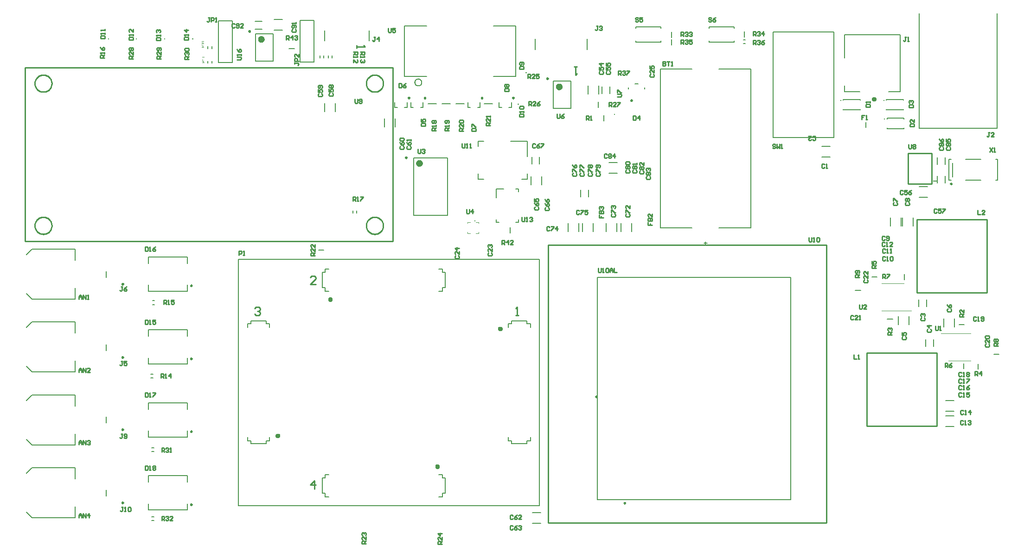
<source format=gto>
%FSTAX23Y23*%
%MOIN*%
%SFA1B1*%

%IPPOS*%
%ADD10C,0.009840*%
%ADD11C,0.015750*%
%ADD12C,0.023620*%
%ADD13C,0.003940*%
%ADD14C,0.010000*%
%ADD15C,0.007870*%
%ADD16C,0.015750*%
%ADD17C,0.006000*%
%ADD18C,0.007000*%
%ADD19C,0.005000*%
%ADD20C,0.005910*%
%ADD21C,0.004720*%
%ADD22C,0.008000*%
%ADD23C,0.007990*%
%ADD24C,0.009000*%
%ADD25R,0.025000X0.010000*%
%LNtimingcard_pcb-1*%
%LPD*%
G36*
X01309Y04041D02*
X01294D01*
X01294Y04041*
X01294Y04041*
X01295Y04041*
X01295Y0404*
X01295Y0404*
X01295Y0404*
X01296Y04039*
X01296Y04039*
Y04039*
X01296Y04039*
X01296Y04039*
X01296Y04038*
X01296Y04038*
X01296Y04038*
X01296Y04038*
X01297Y04037*
X01297Y04037*
X01297Y04037*
X01297Y04036*
X01295*
X01295Y04036*
X01295Y04036*
X01295Y04036*
X01295Y04036*
X01295Y04037*
X01295Y04037*
X01294Y04037*
X01294Y04037*
X01294Y04038*
X01294Y04038*
X01293Y04039*
X01293Y0404*
X01293Y0404*
X01293Y0404*
X01293Y0404*
X01292Y0404*
X01292Y0404*
X01292Y0404*
X01292Y0404*
X01291Y04041*
X01291Y04041*
X01291Y04041*
X0129Y04042*
Y04043*
X01309*
Y04041*
G37*
G36*
Y04026D02*
X01294D01*
X01294Y04026*
X01294Y04026*
X01295Y04026*
X01295Y04025*
X01295Y04025*
X01295Y04025*
X01296Y04024*
X01296Y04024*
Y04024*
X01296Y04024*
X01296Y04024*
X01296Y04023*
X01296Y04023*
X01296Y04023*
X01296Y04023*
X01297Y04023*
X01297Y04022*
X01297Y04022*
X01297Y04021*
X01295*
X01295Y04021*
X01295Y04021*
X01295Y04021*
X01295Y04022*
X01295Y04022*
X01295Y04022*
X01294Y04022*
X01294Y04022*
X01294Y04023*
X01294Y04024*
X01293Y04024*
X01293Y04025*
X01293Y04025*
X01293Y04025*
X01293Y04025*
X01292Y04025*
X01292Y04025*
X01292Y04025*
X01292Y04026*
X01291Y04026*
X01291Y04026*
X01291Y04027*
X0129Y04027*
Y04028*
X01309*
Y04026*
G37*
G36*
Y04015D02*
X01305Y04012D01*
X01305Y04012*
X01305Y04012*
X01305Y04012*
X01305Y04012*
X01305Y04012*
X01305Y04012*
X01304Y04012*
X01304Y04011*
X01303Y04011*
X01303Y04011*
X01303Y0401*
X01303*
X01303Y0401*
X01303Y0401*
X01302Y0401*
X01302Y0401*
X01302Y0401*
X01302Y0401*
X01302Y04009*
X01301Y04009*
X01301Y04009*
X01301Y04009*
X01301Y04009*
X01301Y04009*
X01301Y04009*
X01301Y04008*
X01301Y04008*
X01301Y04008*
Y04008*
X01301Y04008*
X01301Y04008*
X01301Y04008*
Y04007*
X01301Y04007*
X01301Y04007*
Y04004*
X01309*
Y04001*
X0129*
Y0401*
X0129Y0401*
Y0401*
X0129Y04011*
X0129Y04011*
X0129Y04012*
X0129Y04012*
X0129Y04013*
X01291Y04013*
X01291Y04013*
Y04013*
X01291Y04014*
X01291Y04014*
X01291Y04014*
X01291Y04014*
X01291Y04014*
X01291Y04015*
X01292Y04015*
X01292Y04015*
X01292Y04016*
X01293*
X01293Y04016*
X01293Y04016*
X01293Y04016*
X01293Y04016*
X01293Y04016*
X01293Y04016*
X01293Y04016*
X01294Y04016*
X01294Y04016*
X01295Y04016*
X01295Y04016*
X01295*
X01295*
X01296*
X01296Y04016*
X01296Y04016*
X01296Y04016*
X01296Y04016*
X01297Y04016*
X01297Y04016*
X01297Y04016*
X01298Y04016*
X01298Y04016*
X01298Y04016*
X01299Y04015*
X01299Y04015*
X01299Y04015*
X01299Y04015*
X01299Y04015*
X01299Y04015*
X01299Y04015*
X01299Y04015*
X01299Y04014*
X013Y04014*
X013Y04014*
X013Y04014*
X013Y04013*
X013Y04013*
X013Y04012*
X013Y04012*
X01301Y04011*
X01301Y04011*
Y04011*
X01301Y04011*
X01301Y04011*
X01301Y04011*
X01301Y04012*
X01301Y04012*
X01301Y04012*
X01301Y04012*
X01302Y04013*
X01302Y04013*
X01302Y04013*
X01302Y04013*
X01302Y04013*
X01302Y04013*
X01302Y04013*
X01302Y04013*
X01303Y04014*
X01303Y04014*
X01304Y04014*
X01304Y04015*
X01309Y04018*
Y04015*
G37*
G36*
X01298Y04157D02*
X01298Y04157D01*
X01298Y04157*
X01299Y04157*
X01299Y04157*
X013Y04157*
X013Y04157*
X01301Y04157*
X01302Y04157*
X01302Y04157*
X01302*
X01302Y04156*
X01302Y04156*
X01303Y04156*
X01303Y04156*
X01303Y04156*
X01303Y04156*
X01303Y04156*
X01304Y04156*
X01304Y04155*
X01305Y04155*
X01305Y04155*
X01305Y04154*
X01305Y04154*
X01305Y04154*
X01306Y04154*
X01306Y04154*
X01306Y04154*
X01306Y04154*
X01306Y04154*
X01306Y04154*
X01306Y04153*
X01306Y04153*
X01306Y04153*
X01306Y04152*
X01306Y04152*
X01306Y04152*
X01307Y04151*
X01307Y04151*
Y04151*
X01307Y04151*
X01306Y04151*
X01306Y0415*
X01306Y0415*
X01306Y0415*
X01306Y04149*
X01306Y04149*
X01306Y04149*
X01306Y04148*
X01306Y04148*
X01305Y04148*
X01305Y04147*
X01305Y04147*
X01305Y04147*
X01305Y04147*
X01304Y04147*
X01304Y04146*
X01304Y04146*
X01304Y04146*
X01304Y04146*
X01303Y04146*
X01303Y04146*
X01302Y04146*
X01302Y04145*
X01301Y04145*
X013Y04145*
X01299Y04145*
X01299Y04145*
X01298Y04145*
X01297Y04145*
X01297*
X01297*
X01296*
X01296Y04145*
X01296*
X01296Y04145*
X01295Y04145*
X01295Y04145*
X01294Y04145*
X01294Y04145*
X01293Y04145*
X01292Y04145*
X01292Y04145*
X01291Y04145*
X01291*
X01291Y04145*
X01291Y04146*
X01291Y04146*
X01291Y04146*
X01291Y04146*
X0129Y04146*
X0129Y04146*
X0129Y04146*
X01289Y04147*
X01289Y04147*
X01288Y04147*
X01288Y04148*
X01288Y04148*
X01288Y04148*
X01288Y04148*
X01288Y04148*
X01288Y04148*
X01288Y04148*
X01288Y04148*
X01288Y04148*
X01287Y04149*
X01287Y04149*
X01287Y04149*
X01287Y0415*
X01287Y0415*
X01287Y0415*
X01287Y04151*
X01287Y04151*
Y04151*
X01287Y04151*
X01287Y04152*
X01287Y04152*
X01287Y04152*
X01287Y04153*
X01287Y04153*
X01288Y04154*
Y04154*
X01288Y04154*
X01288Y04154*
X01288Y04154*
X01288Y04154*
X01288Y04154*
X01288Y04155*
X01289Y04155*
X01289Y04155*
X01289Y04156*
X01289*
X01289Y04156*
X0129Y04156*
X0129Y04156*
X0129Y04156*
X0129Y04156*
X0129Y04156*
X0129Y04156*
X01291Y04156*
X01291Y04156*
X01292Y04157*
X01292Y04157*
X01292*
X01292Y04157*
X01292Y04157*
X01293Y04157*
X01293Y04157*
X01293Y04157*
X01293Y04157*
X01293Y04157*
X01294Y04157*
X01294Y04157*
X01294Y04157*
X01295Y04157*
X01295Y04157*
X01296Y04157*
X01296Y04157*
X01297*
X01297*
X01297*
X01297*
X01297*
X01298Y04157*
G37*
G36*
X01306Y04136D02*
X01291D01*
X01291Y04136*
X01291Y04136*
X01292Y04136*
X01292Y04136*
X01292Y04135*
X01292Y04135*
X01293Y04135*
X01293Y04134*
Y04134*
X01293Y04134*
X01293Y04134*
X01293Y04134*
X01293Y04134*
X01293Y04134*
X01293Y04133*
X01293Y04133*
X01294Y04132*
X01294Y04132*
X01294Y04132*
X01292*
X01292Y04132*
X01292Y04132*
X01292Y04132*
X01292Y04132*
X01292Y04132*
X01291Y04132*
X01291Y04133*
X01291Y04133*
X01291Y04133*
X0129Y04134*
X0129Y04135*
X0129Y04135*
X0129Y04135*
X01289Y04135*
X01289Y04135*
X01289Y04135*
X01289Y04135*
X01289Y04136*
X01289Y04136*
X01288Y04136*
X01288Y04137*
X01287Y04137*
X01287Y04137*
Y04139*
X01306*
Y04136*
G37*
G36*
Y04125D02*
X01302Y04123D01*
X01302Y04123*
X01302Y04123*
X01302Y04123*
X01302Y04122*
X01302Y04122*
X01302Y04122*
X01301Y04122*
X01301Y04122*
X013Y04121*
X013Y04121*
X013Y04121*
X013*
X013Y04121*
X01299Y04121*
X01299Y04121*
X01299Y0412*
X01299Y0412*
X01299Y0412*
X01298Y0412*
X01298Y04119*
X01298Y04119*
X01298Y04119*
X01298Y04119*
X01298Y04119*
X01298Y04119*
X01298Y04119*
X01298Y04119*
X01298Y04118*
Y04118*
X01298Y04118*
X01298Y04118*
X01298Y04118*
Y04118*
X01298Y04118*
X01298Y04117*
Y04114*
X01306*
Y04111*
X01287*
Y0412*
X01287Y04121*
Y04121*
X01287Y04121*
X01287Y04121*
X01287Y04122*
X01287Y04123*
X01287Y04123*
X01287Y04124*
X01288Y04124*
Y04124*
X01288Y04124*
X01288Y04124*
X01288Y04124*
X01288Y04124*
X01288Y04125*
X01288Y04125*
X01289Y04125*
X01289Y04126*
X01289Y04126*
X01289*
X01289Y04126*
X01289Y04126*
X0129Y04126*
X0129Y04126*
X0129Y04126*
X0129Y04126*
X0129Y04126*
X01291Y04127*
X01291Y04127*
X01292Y04127*
X01292Y04127*
X01292*
X01292*
X01292*
X01293Y04127*
X01293Y04127*
X01293Y04127*
X01293Y04127*
X01293Y04127*
X01294Y04126*
X01294Y04126*
X01295Y04126*
X01295Y04126*
X01295Y04126*
X01295Y04126*
X01296Y04125*
X01296Y04125*
X01296Y04125*
X01296Y04125*
X01296Y04125*
X01296Y04125*
X01296Y04125*
X01296Y04125*
X01296Y04124*
X01297Y04124*
X01297Y04124*
X01297Y04124*
X01297Y04123*
X01297Y04123*
X01297Y04122*
X01297Y04122*
X01297Y04121*
Y04121*
X01298Y04121*
X01298Y04122*
X01298Y04122*
X01298Y04122*
X01298Y04122*
X01298Y04122*
X01298Y04123*
X01298Y04123*
X01298Y04123*
X01298Y04123*
X01299Y04123*
X01299Y04123*
X01299Y04123*
X01299Y04123*
X01299Y04124*
X013Y04124*
X013Y04124*
X013Y04125*
X01301Y04125*
X01306Y04128*
Y04125*
G37*
%LNtimingcard_pcb-2*%
%LPC*%
G36*
X01295Y04014D02*
X01295D01*
X01295*
X01295*
X01295Y04014*
X01295*
X01295Y04014*
X01295Y04014*
X01294Y04014*
X01294Y04013*
X01294Y04013*
X01293Y04013*
X01293Y04013*
X01293Y04013*
X01293Y04013*
X01293Y04013*
X01293Y04013*
X01293Y04013*
X01293Y04012*
X01293Y04012*
X01293Y04012*
X01293Y04012*
X01293Y04012*
X01292Y04011*
X01292Y04011*
X01292Y04011*
X01292Y0401*
X01292Y0401*
Y04004*
X01299*
Y04009*
X01299Y04009*
Y0401*
X01299Y0401*
X01299Y0401*
X01298Y04011*
X01298Y04011*
X01298Y04012*
Y04012*
X01298Y04012*
X01298Y04012*
X01298Y04012*
X01298Y04012*
X01298Y04013*
X01298Y04013*
X01297Y04013*
X01297Y04013*
X01297Y04013*
X01297Y04013*
X01297Y04013*
X01297Y04014*
X01296Y04014*
X01296Y04014*
X01296Y04014*
X01295Y04014*
G37*
G36*
X01297Y04155D02*
X01297D01*
X01297*
X01297*
X01297*
X01296*
X01296*
X01296Y04155*
X01296Y04155*
X01295Y04155*
X01295Y04155*
X01294Y04155*
X01293Y04155*
X01293Y04154*
X01292Y04154*
X01292Y04154*
X01291Y04154*
X01291Y04154*
X0129Y04154*
X0129Y04154*
X0129Y04154*
X0129Y04154*
X0129Y04154*
X0129Y04153*
X0129Y04153*
X0129Y04153*
X0129Y04153*
X01289Y04153*
X01289Y04152*
X01289Y04152*
X01289Y04152*
X01289Y04151*
X01289Y04151*
Y04151*
X01289Y04151*
X01289Y04151*
X01289Y0415*
X01289Y0415*
X01289Y0415*
X01289Y04149*
X01289Y04149*
X0129Y04149*
X0129Y04149*
X0129Y04149*
X0129Y04148*
X0129Y04148*
X0129Y04148*
X0129Y04148*
X01291Y04148*
X01291Y04148*
X01291Y04148*
X01291Y04148*
X01292Y04148*
X01292Y04148*
X01293Y04148*
X01293Y04147*
X01294Y04147*
X01294Y04147*
X01295Y04147*
X01296Y04147*
X01297Y04147*
X01297*
X01297*
X01297*
X01297*
X01297*
X01297*
X01298Y04147*
X01298Y04147*
X01298Y04147*
X01299Y04147*
X01299Y04147*
X013Y04147*
X01301Y04148*
X01301Y04148*
X01302Y04148*
X01302Y04148*
X01303Y04148*
X01303Y04148*
X01303Y04148*
X01303Y04148*
X01303Y04148*
X01303Y04148*
X01303Y04149*
X01304Y04149*
X01304Y04149*
X01304Y04149*
X01304Y0415*
X01304Y0415*
X01305Y0415*
X01305Y04151*
X01305Y04151*
Y04151*
X01305Y04151*
Y04151*
X01305Y04151*
X01305Y04152*
X01304Y04152*
X01304Y04152*
X01304Y04152*
X01304Y04153*
X01304Y04153*
X01304Y04153*
X01304Y04153*
X01303Y04154*
X01303Y04154*
X01303Y04154*
X01303Y04154*
X01303Y04154*
X01303Y04154*
X01303Y04154*
X01302Y04154*
X01302Y04154*
X01302Y04154*
X01301Y04154*
X01301Y04154*
X013Y04155*
X013Y04155*
X01299Y04155*
X01298Y04155*
X01298Y04155*
X01297Y04155*
G37*
G36*
X01292Y04124D02*
X01292D01*
X01292*
X01292*
X01292Y04124*
X01292*
X01292Y04124*
X01291Y04124*
X01291Y04124*
X01291Y04124*
X0129Y04124*
X0129Y04123*
X0129Y04123*
X0129Y04123*
X0129Y04123*
X0129Y04123*
X0129Y04123*
X0129Y04123*
X0129Y04123*
X0129Y04123*
X0129Y04122*
X01289Y04122*
X01289Y04122*
X01289Y04122*
X01289Y04121*
X01289Y04121*
X01289Y04121*
X01289Y0412*
Y04114*
X01295*
Y0412*
X01295Y0412*
Y0412*
X01295Y0412*
X01295Y04121*
X01295Y04121*
X01295Y04122*
X01295Y04122*
Y04122*
X01295Y04122*
X01295Y04122*
X01295Y04122*
X01295Y04123*
X01295Y04123*
X01295Y04123*
X01294Y04123*
X01294Y04124*
X01294Y04124*
X01294Y04124*
X01294Y04124*
X01293Y04124*
X01293Y04124*
X01293Y04124*
X01293Y04124*
X01292Y04124*
G37*
%LNtimingcard_pcb-3*%
%LPD*%
G54D10*
X00723Y01882D02*
D01*
X00723Y01883*
X00723Y01883*
X00723Y01883*
X00723Y01884*
X00723Y01884*
X00722Y01884*
X00722Y01885*
X00722Y01885*
X00722Y01885*
X00722Y01885*
X00722Y01886*
X00721Y01886*
X00721Y01886*
X00721Y01886*
X0072Y01887*
X0072Y01887*
X0072Y01887*
X0072Y01887*
X00719Y01887*
X00719Y01887*
X00719Y01887*
X00718Y01887*
X00718*
X00717Y01887*
X00717Y01887*
X00717Y01887*
X00716Y01887*
X00716Y01887*
X00716Y01887*
X00716Y01887*
X00715Y01886*
X00715Y01886*
X00715Y01886*
X00714Y01886*
X00714Y01885*
X00714Y01885*
X00714Y01885*
X00714Y01885*
X00714Y01884*
X00713Y01884*
X00713Y01884*
X00713Y01883*
X00713Y01883*
X00713Y01883*
X00713Y01882*
X00713Y01882*
X00713Y01882*
X00713Y01881*
X00713Y01881*
X00713Y01881*
X00714Y0188*
X00714Y0188*
X00714Y0188*
X00714Y01879*
X00714Y01879*
X00714Y01879*
X00715Y01879*
X00715Y01878*
X00715Y01878*
X00716Y01878*
X00716Y01878*
X00716Y01878*
X00716Y01878*
X00717Y01877*
X00717Y01877*
X00717Y01877*
X00718Y01877*
X00718*
X00719Y01877*
X00719Y01877*
X00719Y01877*
X0072Y01878*
X0072Y01878*
X0072Y01878*
X0072Y01878*
X00721Y01878*
X00721Y01878*
X00721Y01879*
X00722Y01879*
X00722Y01879*
X00722Y01879*
X00722Y0188*
X00722Y0188*
X00722Y0188*
X00723Y01881*
X00723Y01881*
X00723Y01881*
X00723Y01882*
X00723Y01882*
X00723Y01882*
Y0241D02*
D01*
X00723Y0241*
X00723Y02411*
X00723Y02411*
X00723Y02411*
X00723Y02412*
X00722Y02412*
X00722Y02412*
X00722Y02412*
X00722Y02413*
X00722Y02413*
X00722Y02413*
X00721Y02413*
X00721Y02414*
X00721Y02414*
X0072Y02414*
X0072Y02414*
X0072Y02414*
X0072Y02414*
X00719Y02415*
X00719Y02415*
X00719Y02415*
X00718Y02415*
X00718*
X00717Y02415*
X00717Y02415*
X00717Y02415*
X00716Y02414*
X00716Y02414*
X00716Y02414*
X00716Y02414*
X00715Y02414*
X00715Y02414*
X00715Y02413*
X00714Y02413*
X00714Y02413*
X00714Y02413*
X00714Y02412*
X00714Y02412*
X00714Y02412*
X00713Y02412*
X00713Y02411*
X00713Y02411*
X00713Y02411*
X00713Y0241*
X00713Y0241*
X00713Y02409*
X00713Y02409*
X00713Y02409*
X00713Y02408*
X00713Y02408*
X00714Y02408*
X00714Y02408*
X00714Y02407*
X00714Y02407*
X00714Y02407*
X00714Y02406*
X00715Y02406*
X00715Y02406*
X00715Y02406*
X00716Y02406*
X00716Y02405*
X00716Y02405*
X00716Y02405*
X00717Y02405*
X00717Y02405*
X00717Y02405*
X00718Y02405*
X00718*
X00719Y02405*
X00719Y02405*
X00719Y02405*
X0072Y02405*
X0072Y02405*
X0072Y02405*
X0072Y02406*
X00721Y02406*
X00721Y02406*
X00721Y02406*
X00722Y02406*
X00722Y02407*
X00722Y02407*
X00722Y02407*
X00722Y02408*
X00722Y02408*
X00723Y02408*
X00723Y02408*
X00723Y02409*
X00723Y02409*
X00723Y02409*
X00723Y0241*
Y00835D02*
D01*
X00723Y00835*
X00723Y00836*
X00723Y00836*
X00723Y00836*
X00723Y00837*
X00722Y00837*
X00722Y00837*
X00722Y00838*
X00722Y00838*
X00722Y00838*
X00722Y00838*
X00721Y00839*
X00721Y00839*
X00721Y00839*
X0072Y00839*
X0072Y00839*
X0072Y0084*
X0072Y0084*
X00719Y0084*
X00719Y0084*
X00719Y0084*
X00718Y0084*
X00718*
X00717Y0084*
X00717Y0084*
X00717Y0084*
X00716Y0084*
X00716Y0084*
X00716Y00839*
X00716Y00839*
X00715Y00839*
X00715Y00839*
X00715Y00839*
X00714Y00838*
X00714Y00838*
X00714Y00838*
X00714Y00838*
X00714Y00837*
X00714Y00837*
X00713Y00837*
X00713Y00836*
X00713Y00836*
X00713Y00836*
X00713Y00835*
X00713Y00835*
X00713Y00835*
X00713Y00834*
X00713Y00834*
X00713Y00834*
X00713Y00833*
X00714Y00833*
X00714Y00833*
X00714Y00832*
X00714Y00832*
X00714Y00832*
X00714Y00832*
X00715Y00831*
X00715Y00831*
X00715Y00831*
X00716Y00831*
X00716Y00831*
X00716Y0083*
X00716Y0083*
X00717Y0083*
X00717Y0083*
X00717Y0083*
X00718Y0083*
X00718*
X00719Y0083*
X00719Y0083*
X00719Y0083*
X0072Y0083*
X0072Y0083*
X0072Y00831*
X0072Y00831*
X00721Y00831*
X00721Y00831*
X00721Y00831*
X00722Y00832*
X00722Y00832*
X00722Y00832*
X00722Y00832*
X00722Y00833*
X00722Y00833*
X00723Y00833*
X00723Y00834*
X00723Y00834*
X00723Y00834*
X00723Y00835*
X00723Y00835*
Y01363D02*
D01*
X00723Y01363*
X00723Y01363*
X00723Y01364*
X00723Y01364*
X00723Y01364*
X00722Y01365*
X00722Y01365*
X00722Y01365*
X00722Y01365*
X00722Y01366*
X00722Y01366*
X00721Y01366*
X00721Y01366*
X00721Y01367*
X0072Y01367*
X0072Y01367*
X0072Y01367*
X0072Y01367*
X00719Y01367*
X00719Y01367*
X00719Y01367*
X00718Y01367*
X00718*
X00717Y01367*
X00717Y01367*
X00717Y01367*
X00716Y01367*
X00716Y01367*
X00716Y01367*
X00716Y01367*
X00715Y01367*
X00715Y01366*
X00715Y01366*
X00714Y01366*
X00714Y01366*
X00714Y01365*
X00714Y01365*
X00714Y01365*
X00714Y01365*
X00713Y01364*
X00713Y01364*
X00713Y01364*
X00713Y01363*
X00713Y01363*
X00713Y01363*
X00713Y01362*
X00713Y01362*
X00713Y01362*
X00713Y01361*
X00713Y01361*
X00714Y01361*
X00714Y0136*
X00714Y0136*
X00714Y0136*
X00714Y01359*
X00714Y01359*
X00715Y01359*
X00715Y01359*
X00715Y01358*
X00716Y01358*
X00716Y01358*
X00716Y01358*
X00716Y01358*
X00717Y01358*
X00717Y01358*
X00717Y01358*
X00718Y01358*
X00718*
X00719Y01358*
X00719Y01358*
X00719Y01358*
X0072Y01358*
X0072Y01358*
X0072Y01358*
X0072Y01358*
X00721Y01358*
X00721Y01359*
X00721Y01359*
X00722Y01359*
X00722Y01359*
X00722Y0136*
X00722Y0136*
X00722Y0136*
X00722Y01361*
X00723Y01361*
X00723Y01361*
X00723Y01362*
X00723Y01362*
X00723Y01362*
X00723Y01363*
X0438Y03731D02*
D01*
X0438Y03732*
X0438Y03732*
X0438Y03732*
X0438Y03733*
X0438Y03733*
X0438Y03733*
X0438Y03734*
X0438Y03734*
X04379Y03734*
X04379Y03735*
X04379Y03735*
X04379Y03735*
X04379Y03735*
X04378Y03735*
X04378Y03736*
X04378Y03736*
X04377Y03736*
X04377Y03736*
X04377Y03736*
X04376Y03736*
X04376Y03736*
X04376Y03736*
X04375*
X04375Y03736*
X04375Y03736*
X04374Y03736*
X04374Y03736*
X04374Y03736*
X04373Y03736*
X04373Y03736*
X04373Y03735*
X04372Y03735*
X04372Y03735*
X04372Y03735*
X04372Y03735*
X04372Y03734*
X04371Y03734*
X04371Y03734*
X04371Y03733*
X04371Y03733*
X04371Y03733*
X04371Y03732*
X04371Y03732*
X04371Y03732*
X04371Y03731*
X04371Y03731*
X04371Y03731*
X04371Y0373*
X04371Y0373*
X04371Y0373*
X04371Y03729*
X04371Y03729*
X04371Y03729*
X04372Y03728*
X04372Y03728*
X04372Y03728*
X04372Y03728*
X04372Y03728*
X04373Y03727*
X04373Y03727*
X04373Y03727*
X04374Y03727*
X04374Y03727*
X04374Y03727*
X04375Y03727*
X04375Y03726*
X04375Y03726*
X04376*
X04376Y03726*
X04376Y03727*
X04377Y03727*
X04377Y03727*
X04377Y03727*
X04378Y03727*
X04378Y03727*
X04378Y03727*
X04379Y03728*
X04379Y03728*
X04379Y03728*
X04379Y03728*
X04379Y03728*
X0438Y03729*
X0438Y03729*
X0438Y03729*
X0438Y0373*
X0438Y0373*
X0438Y0373*
X0438Y03731*
X0438Y03731*
X0438Y03731*
X02761Y0332D02*
D01*
X02761Y03321*
X02761Y03321*
X02761Y03321*
X02761Y03322*
X02761Y03322*
X02761Y03322*
X02761Y03322*
X02761Y03323*
X0276Y03323*
X0276Y03323*
X0276Y03324*
X0276Y03324*
X02759Y03324*
X02759Y03324*
X02759Y03324*
X02759Y03325*
X02758Y03325*
X02758Y03325*
X02758Y03325*
X02757Y03325*
X02757Y03325*
X02757Y03325*
X02756*
X02756Y03325*
X02756Y03325*
X02755Y03325*
X02755Y03325*
X02755Y03325*
X02754Y03325*
X02754Y03324*
X02754Y03324*
X02753Y03324*
X02753Y03324*
X02753Y03324*
X02753Y03323*
X02752Y03323*
X02752Y03323*
X02752Y03322*
X02752Y03322*
X02752Y03322*
X02752Y03322*
X02752Y03321*
X02752Y03321*
X02751Y03321*
X02751Y0332*
X02751Y0332*
X02752Y03319*
X02752Y03319*
X02752Y03319*
X02752Y03318*
X02752Y03318*
X02752Y03318*
X02752Y03318*
X02752Y03317*
X02753Y03317*
X02753Y03317*
X02753Y03317*
X02753Y03316*
X02754Y03316*
X02754Y03316*
X02754Y03316*
X02755Y03316*
X02755Y03315*
X02755Y03315*
X02756Y03315*
X02756Y03315*
X02756Y03315*
X02757*
X02757Y03315*
X02757Y03315*
X02758Y03315*
X02758Y03315*
X02758Y03316*
X02759Y03316*
X02759Y03316*
X02759Y03316*
X02759Y03316*
X0276Y03317*
X0276Y03317*
X0276Y03317*
X0276Y03317*
X02761Y03318*
X02761Y03318*
X02761Y03318*
X02761Y03318*
X02761Y03319*
X02761Y03319*
X02761Y03319*
X02761Y0332*
X02761Y0332*
X03531Y0375D02*
D01*
X03531Y0375*
X03531Y03751*
X03531Y03751*
X03531Y03751*
X03531Y03752*
X03531Y03752*
X03531Y03752*
X03531Y03752*
X0353Y03753*
X0353Y03753*
X0353Y03753*
X0353Y03754*
X03529Y03754*
X03529Y03754*
X03529Y03754*
X03529Y03754*
X03528Y03754*
X03528Y03755*
X03528Y03755*
X03527Y03755*
X03527Y03755*
X03527Y03755*
X03526*
X03526Y03755*
X03526Y03755*
X03525Y03755*
X03525Y03755*
X03525Y03754*
X03524Y03754*
X03524Y03754*
X03524Y03754*
X03523Y03754*
X03523Y03754*
X03523Y03753*
X03523Y03753*
X03522Y03753*
X03522Y03752*
X03522Y03752*
X03522Y03752*
X03522Y03752*
X03522Y03751*
X03522Y03751*
X03522Y03751*
X03522Y0375*
X03522Y0375*
X03522Y0375*
X03522Y03749*
X03522Y03749*
X03522Y03748*
X03522Y03748*
X03522Y03748*
X03522Y03748*
X03522Y03747*
X03522Y03747*
X03523Y03747*
X03523Y03746*
X03523Y03746*
X03523Y03746*
X03524Y03746*
X03524Y03746*
X03524Y03745*
X03525Y03745*
X03525Y03745*
X03525Y03745*
X03526Y03745*
X03526Y03745*
X03526Y03745*
X03527*
X03527Y03745*
X03527Y03745*
X03528Y03745*
X03528Y03745*
X03528Y03745*
X03529Y03745*
X03529Y03746*
X03529Y03746*
X03529Y03746*
X0353Y03746*
X0353Y03746*
X0353Y03747*
X0353Y03747*
X03531Y03747*
X03531Y03748*
X03531Y03748*
X03531Y03748*
X03531Y03748*
X03531Y03749*
X03531Y03749*
X03531Y0375*
X03531Y0375*
X01636Y0423D02*
D01*
X01636Y0423*
X01636Y0423*
X01636Y04231*
X01636Y04231*
X01636Y04231*
X01636Y04232*
X01635Y04232*
X01635Y04232*
X01635Y04232*
X01635Y04233*
X01635Y04233*
X01634Y04233*
X01634Y04233*
X01634Y04234*
X01634Y04234*
X01633Y04234*
X01633Y04234*
X01633Y04234*
X01632Y04234*
X01632Y04234*
X01632Y04234*
X01631Y04234*
X01631*
X01631Y04234*
X0163Y04234*
X0163Y04234*
X0163Y04234*
X01629Y04234*
X01629Y04234*
X01629Y04234*
X01628Y04234*
X01628Y04233*
X01628Y04233*
X01628Y04233*
X01627Y04233*
X01627Y04232*
X01627Y04232*
X01627Y04232*
X01627Y04232*
X01626Y04231*
X01626Y04231*
X01626Y04231*
X01626Y0423*
X01626Y0423*
X01626Y0423*
X01626Y04229*
X01626Y04229*
X01626Y04229*
X01626Y04228*
X01626Y04228*
X01627Y04228*
X01627Y04227*
X01627Y04227*
X01627Y04227*
X01627Y04226*
X01628Y04226*
X01628Y04226*
X01628Y04226*
X01628Y04225*
X01629Y04225*
X01629Y04225*
X01629Y04225*
X0163Y04225*
X0163Y04225*
X0163Y04225*
X01631Y04225*
X01631Y04225*
X01631*
X01632Y04225*
X01632Y04225*
X01632Y04225*
X01633Y04225*
X01633Y04225*
X01633Y04225*
X01634Y04225*
X01634Y04225*
X01634Y04226*
X01634Y04226*
X01635Y04226*
X01635Y04226*
X01635Y04227*
X01635Y04227*
X01635Y04227*
X01636Y04228*
X01636Y04228*
X01636Y04228*
X01636Y04229*
X01636Y04229*
X01636Y04229*
X01636Y0423*
X04332Y00833D02*
D01*
X04332Y00834*
X04332Y00834*
X04332Y00834*
X04332Y00835*
X04332Y00835*
X04332Y00835*
X04332Y00836*
X04331Y00836*
X04331Y00836*
X04331Y00837*
X04331Y00837*
X04331Y00837*
X0433Y00837*
X0433Y00837*
X0433Y00838*
X04329Y00838*
X04329Y00838*
X04329Y00838*
X04328Y00838*
X04328Y00838*
X04328Y00838*
X04327Y00838*
X04327*
X04327Y00838*
X04326Y00838*
X04326Y00838*
X04326Y00838*
X04325Y00838*
X04325Y00838*
X04325Y00838*
X04325Y00837*
X04324Y00837*
X04324Y00837*
X04324Y00837*
X04323Y00837*
X04323Y00836*
X04323Y00836*
X04323Y00836*
X04323Y00835*
X04323Y00835*
X04323Y00835*
X04322Y00834*
X04322Y00834*
X04322Y00834*
X04322Y00833*
X04322Y00833*
X04322Y00833*
X04322Y00832*
X04323Y00832*
X04323Y00832*
X04323Y00831*
X04323Y00831*
X04323Y00831*
X04323Y0083*
X04323Y0083*
X04324Y0083*
X04324Y0083*
X04324Y00829*
X04325Y00829*
X04325Y00829*
X04325Y00829*
X04325Y00829*
X04326Y00829*
X04326Y00829*
X04326Y00829*
X04327Y00828*
X04327Y00828*
X04327*
X04328Y00828*
X04328Y00829*
X04328Y00829*
X04329Y00829*
X04329Y00829*
X04329Y00829*
X0433Y00829*
X0433Y00829*
X0433Y00829*
X04331Y0083*
X04331Y0083*
X04331Y0083*
X04331Y0083*
X04331Y00831*
X04332Y00831*
X04332Y00831*
X04332Y00832*
X04332Y00832*
X04332Y00832*
X04332Y00833*
X04332Y00833*
X04332Y00833*
X01217Y00822D02*
D01*
X01217Y00822*
X01217Y00823*
X01216Y00823*
X01216Y00823*
X01216Y00824*
X01216Y00824*
X01216Y00824*
X01216Y00825*
X01216Y00825*
X01215Y00825*
X01215Y00825*
X01215Y00826*
X01215Y00826*
X01214Y00826*
X01214Y00826*
X01214Y00826*
X01214Y00826*
X01213Y00827*
X01213Y00827*
X01213Y00827*
X01212Y00827*
X01212Y00827*
X01211*
X01211Y00827*
X01211Y00827*
X0121Y00827*
X0121Y00827*
X0121Y00826*
X0121Y00826*
X01209Y00826*
X01209Y00826*
X01209Y00826*
X01208Y00826*
X01208Y00825*
X01208Y00825*
X01208Y00825*
X01207Y00825*
X01207Y00824*
X01207Y00824*
X01207Y00824*
X01207Y00823*
X01207Y00823*
X01207Y00823*
X01207Y00822*
X01207Y00822*
X01207Y00822*
X01207Y00821*
X01207Y00821*
X01207Y00821*
X01207Y0082*
X01207Y0082*
X01207Y0082*
X01207Y00819*
X01208Y00819*
X01208Y00819*
X01208Y00818*
X01208Y00818*
X01209Y00818*
X01209Y00818*
X01209Y00818*
X0121Y00817*
X0121Y00817*
X0121Y00817*
X0121Y00817*
X01211Y00817*
X01211Y00817*
X01211Y00817*
X01212*
X01212Y00817*
X01213Y00817*
X01213Y00817*
X01213Y00817*
X01214Y00817*
X01214Y00817*
X01214Y00818*
X01214Y00818*
X01215Y00818*
X01215Y00818*
X01215Y00818*
X01215Y00819*
X01216Y00819*
X01216Y00819*
X01216Y0082*
X01216Y0082*
X01216Y0082*
X01216Y00821*
X01216Y00821*
X01217Y00821*
X01217Y00822*
X01217Y00822*
X02896Y0375D02*
D01*
X02896Y0375*
X02896Y03751*
X02896Y03751*
X02896Y03751*
X02896Y03752*
X02896Y03752*
X02896Y03752*
X02896Y03752*
X02895Y03753*
X02895Y03753*
X02895Y03753*
X02895Y03754*
X02894Y03754*
X02894Y03754*
X02894Y03754*
X02894Y03754*
X02893Y03754*
X02893Y03755*
X02893Y03755*
X02892Y03755*
X02892Y03755*
X02892Y03755*
X02891*
X02891Y03755*
X02891Y03755*
X0289Y03755*
X0289Y03755*
X0289Y03754*
X02889Y03754*
X02889Y03754*
X02889Y03754*
X02888Y03754*
X02888Y03754*
X02888Y03753*
X02888Y03753*
X02887Y03753*
X02887Y03752*
X02887Y03752*
X02887Y03752*
X02887Y03752*
X02887Y03751*
X02887Y03751*
X02887Y03751*
X02887Y0375*
X02887Y0375*
X02887Y0375*
X02887Y03749*
X02887Y03749*
X02887Y03748*
X02887Y03748*
X02887Y03748*
X02887Y03748*
X02887Y03747*
X02887Y03747*
X02888Y03747*
X02888Y03746*
X02888Y03746*
X02888Y03746*
X02889Y03746*
X02889Y03746*
X02889Y03745*
X0289Y03745*
X0289Y03745*
X0289Y03745*
X02891Y03745*
X02891Y03745*
X02891Y03745*
X02892*
X02892Y03745*
X02892Y03745*
X02893Y03745*
X02893Y03745*
X02893Y03745*
X02894Y03745*
X02894Y03746*
X02894Y03746*
X02894Y03746*
X02895Y03746*
X02895Y03746*
X02895Y03747*
X02895Y03747*
X02896Y03747*
X02896Y03748*
X02896Y03748*
X02896Y03748*
X02896Y03748*
X02896Y03749*
X02896Y03749*
X02896Y0375*
X02896Y0375*
X02781D02*
D01*
X02781Y0375*
X02781Y03751*
X02781Y03751*
X02781Y03751*
X02781Y03752*
X02781Y03752*
X02781Y03752*
X02781Y03752*
X0278Y03753*
X0278Y03753*
X0278Y03753*
X0278Y03754*
X02779Y03754*
X02779Y03754*
X02779Y03754*
X02779Y03754*
X02778Y03754*
X02778Y03755*
X02778Y03755*
X02777Y03755*
X02777Y03755*
X02777Y03755*
X02776*
X02776Y03755*
X02776Y03755*
X02775Y03755*
X02775Y03755*
X02775Y03754*
X02774Y03754*
X02774Y03754*
X02774Y03754*
X02773Y03754*
X02773Y03754*
X02773Y03753*
X02773Y03753*
X02772Y03753*
X02772Y03752*
X02772Y03752*
X02772Y03752*
X02772Y03752*
X02772Y03751*
X02772Y03751*
X02772Y03751*
X02772Y0375*
X02772Y0375*
X02772Y0375*
X02772Y03749*
X02772Y03749*
X02772Y03748*
X02772Y03748*
X02772Y03748*
X02772Y03748*
X02772Y03747*
X02772Y03747*
X02773Y03747*
X02773Y03746*
X02773Y03746*
X02773Y03746*
X02774Y03746*
X02774Y03746*
X02774Y03745*
X02775Y03745*
X02775Y03745*
X02775Y03745*
X02776Y03745*
X02776Y03745*
X02776Y03745*
X02777*
X02777Y03745*
X02777Y03745*
X02778Y03745*
X02778Y03745*
X02778Y03745*
X02779Y03745*
X02779Y03746*
X02779Y03746*
X02779Y03746*
X0278Y03746*
X0278Y03746*
X0278Y03747*
X0278Y03747*
X02781Y03747*
X02781Y03748*
X02781Y03748*
X02781Y03748*
X02781Y03748*
X02781Y03749*
X02781Y03749*
X02781Y0375*
X02781Y0375*
X03306D02*
D01*
X03306Y0375*
X03306Y03751*
X03306Y03751*
X03306Y03751*
X03306Y03752*
X03306Y03752*
X03306Y03752*
X03306Y03752*
X03305Y03753*
X03305Y03753*
X03305Y03753*
X03305Y03754*
X03304Y03754*
X03304Y03754*
X03304Y03754*
X03304Y03754*
X03303Y03754*
X03303Y03755*
X03303Y03755*
X03302Y03755*
X03302Y03755*
X03302Y03755*
X03301*
X03301Y03755*
X03301Y03755*
X033Y03755*
X033Y03755*
X033Y03754*
X03299Y03754*
X03299Y03754*
X03299Y03754*
X03298Y03754*
X03298Y03754*
X03298Y03753*
X03298Y03753*
X03297Y03753*
X03297Y03752*
X03297Y03752*
X03297Y03752*
X03297Y03752*
X03297Y03751*
X03297Y03751*
X03297Y03751*
X03297Y0375*
X03297Y0375*
X03297Y0375*
X03297Y03749*
X03297Y03749*
X03297Y03748*
X03297Y03748*
X03297Y03748*
X03297Y03748*
X03297Y03747*
X03297Y03747*
X03298Y03747*
X03298Y03746*
X03298Y03746*
X03298Y03746*
X03299Y03746*
X03299Y03746*
X03299Y03745*
X033Y03745*
X033Y03745*
X033Y03745*
X03301Y03745*
X03301Y03745*
X03301Y03745*
X03302*
X03302Y03745*
X03302Y03745*
X03303Y03745*
X03303Y03745*
X03303Y03745*
X03304Y03745*
X03304Y03746*
X03304Y03746*
X03304Y03746*
X03305Y03746*
X03305Y03746*
X03305Y03747*
X03305Y03747*
X03306Y03747*
X03306Y03748*
X03306Y03748*
X03306Y03748*
X03306Y03748*
X03306Y03749*
X03306Y03749*
X03306Y0375*
X03306Y0375*
X01217Y01872D02*
D01*
X01217Y01872*
X01217Y01873*
X01216Y01873*
X01216Y01873*
X01216Y01874*
X01216Y01874*
X01216Y01874*
X01216Y01875*
X01216Y01875*
X01215Y01875*
X01215Y01875*
X01215Y01876*
X01215Y01876*
X01214Y01876*
X01214Y01876*
X01214Y01876*
X01214Y01876*
X01213Y01877*
X01213Y01877*
X01213Y01877*
X01212Y01877*
X01212Y01877*
X01211*
X01211Y01877*
X01211Y01877*
X0121Y01877*
X0121Y01877*
X0121Y01876*
X0121Y01876*
X01209Y01876*
X01209Y01876*
X01209Y01876*
X01208Y01876*
X01208Y01875*
X01208Y01875*
X01208Y01875*
X01207Y01875*
X01207Y01874*
X01207Y01874*
X01207Y01874*
X01207Y01873*
X01207Y01873*
X01207Y01873*
X01207Y01872*
X01207Y01872*
X01207Y01872*
X01207Y01871*
X01207Y01871*
X01207Y01871*
X01207Y0187*
X01207Y0187*
X01207Y0187*
X01207Y01869*
X01208Y01869*
X01208Y01869*
X01208Y01868*
X01208Y01868*
X01209Y01868*
X01209Y01868*
X01209Y01868*
X0121Y01867*
X0121Y01867*
X0121Y01867*
X0121Y01867*
X01211Y01867*
X01211Y01867*
X01211Y01867*
X01212*
X01212Y01867*
X01213Y01867*
X01213Y01867*
X01213Y01867*
X01214Y01867*
X01214Y01867*
X01214Y01868*
X01214Y01868*
X01215Y01868*
X01215Y01868*
X01215Y01868*
X01215Y01869*
X01216Y01869*
X01216Y01869*
X01216Y0187*
X01216Y0187*
X01216Y0187*
X01216Y01871*
X01216Y01871*
X01217Y01871*
X01217Y01872*
X01217Y01872*
Y02397D02*
D01*
X01217Y02397*
X01217Y02398*
X01216Y02398*
X01216Y02398*
X01216Y02399*
X01216Y02399*
X01216Y02399*
X01216Y024*
X01216Y024*
X01215Y024*
X01215Y024*
X01215Y02401*
X01215Y02401*
X01214Y02401*
X01214Y02401*
X01214Y02401*
X01214Y02401*
X01213Y02402*
X01213Y02402*
X01213Y02402*
X01212Y02402*
X01212Y02402*
X01211*
X01211Y02402*
X01211Y02402*
X0121Y02402*
X0121Y02402*
X0121Y02401*
X0121Y02401*
X01209Y02401*
X01209Y02401*
X01209Y02401*
X01208Y02401*
X01208Y024*
X01208Y024*
X01208Y024*
X01207Y024*
X01207Y02399*
X01207Y02399*
X01207Y02399*
X01207Y02398*
X01207Y02398*
X01207Y02398*
X01207Y02397*
X01207Y02397*
X01207Y02397*
X01207Y02396*
X01207Y02396*
X01207Y02396*
X01207Y02395*
X01207Y02395*
X01207Y02395*
X01207Y02394*
X01208Y02394*
X01208Y02394*
X01208Y02393*
X01208Y02393*
X01209Y02393*
X01209Y02393*
X01209Y02393*
X0121Y02392*
X0121Y02392*
X0121Y02392*
X0121Y02392*
X01211Y02392*
X01211Y02392*
X01211Y02392*
X01212*
X01212Y02392*
X01213Y02392*
X01213Y02392*
X01213Y02392*
X01214Y02392*
X01214Y02392*
X01214Y02393*
X01214Y02393*
X01215Y02393*
X01215Y02393*
X01215Y02393*
X01215Y02394*
X01216Y02394*
X01216Y02394*
X01216Y02395*
X01216Y02395*
X01216Y02395*
X01216Y02396*
X01216Y02396*
X01217Y02396*
X01217Y02397*
X01217Y02397*
Y01347D02*
D01*
X01217Y01347*
X01217Y01348*
X01216Y01348*
X01216Y01348*
X01216Y01349*
X01216Y01349*
X01216Y01349*
X01216Y0135*
X01216Y0135*
X01215Y0135*
X01215Y0135*
X01215Y01351*
X01215Y01351*
X01214Y01351*
X01214Y01351*
X01214Y01351*
X01214Y01351*
X01213Y01352*
X01213Y01352*
X01213Y01352*
X01212Y01352*
X01212Y01352*
X01211*
X01211Y01352*
X01211Y01352*
X0121Y01352*
X0121Y01352*
X0121Y01351*
X0121Y01351*
X01209Y01351*
X01209Y01351*
X01209Y01351*
X01208Y01351*
X01208Y0135*
X01208Y0135*
X01208Y0135*
X01207Y0135*
X01207Y01349*
X01207Y01349*
X01207Y01349*
X01207Y01348*
X01207Y01348*
X01207Y01348*
X01207Y01347*
X01207Y01347*
X01207Y01347*
X01207Y01346*
X01207Y01346*
X01207Y01346*
X01207Y01345*
X01207Y01345*
X01207Y01345*
X01207Y01344*
X01208Y01344*
X01208Y01344*
X01208Y01343*
X01208Y01343*
X01209Y01343*
X01209Y01343*
X01209Y01343*
X0121Y01342*
X0121Y01342*
X0121Y01342*
X0121Y01342*
X01211Y01342*
X01211Y01342*
X01211Y01342*
X01212*
X01212Y01342*
X01213Y01342*
X01213Y01342*
X01213Y01342*
X01214Y01342*
X01214Y01342*
X01214Y01343*
X01214Y01343*
X01215Y01343*
X01215Y01343*
X01215Y01343*
X01215Y01344*
X01216Y01344*
X01216Y01344*
X01216Y01345*
X01216Y01345*
X01216Y01345*
X01216Y01346*
X01216Y01346*
X01217Y01346*
X01217Y01347*
X01217Y01347*
X03777Y03889D02*
D01*
X03777Y03889*
X03777Y03889*
X03777Y0389*
X03777Y0389*
X03777Y0389*
X03777Y03891*
X03776Y03891*
X03776Y03891*
X03776Y03891*
X03776Y03892*
X03776Y03892*
X03775Y03892*
X03775Y03892*
X03775Y03893*
X03775Y03893*
X03774Y03893*
X03774Y03893*
X03774Y03893*
X03773Y03893*
X03773Y03893*
X03773Y03893*
X03772Y03893*
X03772*
X03772Y03893*
X03771Y03893*
X03771Y03893*
X03771Y03893*
X0377Y03893*
X0377Y03893*
X0377Y03893*
X03769Y03893*
X03769Y03892*
X03769Y03892*
X03769Y03892*
X03768Y03892*
X03768Y03891*
X03768Y03891*
X03768Y03891*
X03768Y03891*
X03767Y0389*
X03767Y0389*
X03767Y0389*
X03767Y03889*
X03767Y03889*
X03767Y03889*
X03767Y03888*
X03767Y03888*
X03767Y03888*
X03767Y03887*
X03767Y03887*
X03768Y03887*
X03768Y03886*
X03768Y03886*
X03768Y03886*
X03768Y03885*
X03769Y03885*
X03769Y03885*
X03769Y03885*
X03769Y03885*
X0377Y03884*
X0377Y03884*
X0377Y03884*
X03771Y03884*
X03771Y03884*
X03771Y03884*
X03772Y03884*
X03772Y03884*
X03772*
X03773Y03884*
X03773Y03884*
X03773Y03884*
X03774Y03884*
X03774Y03884*
X03774Y03884*
X03775Y03884*
X03775Y03885*
X03775Y03885*
X03775Y03885*
X03776Y03885*
X03776Y03885*
X03776Y03886*
X03776Y03886*
X03776Y03886*
X03777Y03887*
X03777Y03887*
X03777Y03887*
X03777Y03888*
X03777Y03888*
X03777Y03888*
X03777Y03889*
G54D11*
X03441Y02087D02*
D01*
X03441Y02087*
X03441Y02088*
X03441Y02089*
X0344Y02089*
X0344Y0209*
X0344Y0209*
X0344Y02091*
X0344Y02091*
X03439Y02092*
X03439Y02092*
X03439Y02092*
X03438Y02093*
X03438Y02093*
X03437Y02093*
X03437Y02094*
X03436Y02094*
X03436Y02094*
X03435Y02094*
X03435Y02095*
X03434Y02095*
X03434Y02095*
X03433Y02095*
X03433*
X03432Y02095*
X03431Y02095*
X03431Y02095*
X0343Y02094*
X0343Y02094*
X03429Y02094*
X03429Y02094*
X03428Y02093*
X03428Y02093*
X03428Y02093*
X03427Y02092*
X03427Y02092*
X03426Y02092*
X03426Y02091*
X03426Y02091*
X03426Y0209*
X03425Y0209*
X03425Y02089*
X03425Y02089*
X03425Y02088*
X03425Y02087*
X03425Y02087*
X03425Y02086*
X03425Y02086*
X03425Y02085*
X03425Y02085*
X03425Y02084*
X03426Y02084*
X03426Y02083*
X03426Y02083*
X03426Y02082*
X03427Y02082*
X03427Y02081*
X03428Y02081*
X03428Y02081*
X03428Y0208*
X03429Y0208*
X03429Y0208*
X0343Y0208*
X0343Y02079*
X03431Y02079*
X03431Y02079*
X03432Y02079*
X03433Y02079*
X03433*
X03434Y02079*
X03434Y02079*
X03435Y02079*
X03435Y02079*
X03436Y0208*
X03436Y0208*
X03437Y0208*
X03437Y0208*
X03438Y02081*
X03438Y02081*
X03439Y02081*
X03439Y02082*
X03439Y02082*
X0344Y02083*
X0344Y02083*
X0344Y02084*
X0344Y02084*
X0344Y02085*
X03441Y02085*
X03441Y02086*
X03441Y02086*
X03441Y02087*
X02219Y02299D02*
D01*
X02219Y023*
X02219Y023*
X02219Y02301*
X02219Y02301*
X02218Y02302*
X02218Y02302*
X02218Y02303*
X02218Y02303*
X02217Y02304*
X02217Y02304*
X02217Y02305*
X02216Y02305*
X02216Y02305*
X02215Y02306*
X02215Y02306*
X02215Y02306*
X02214Y02306*
X02214Y02307*
X02213Y02307*
X02212Y02307*
X02212Y02307*
X02211Y02307*
X02211*
X0221Y02307*
X0221Y02307*
X02209Y02307*
X02209Y02307*
X02208Y02306*
X02208Y02306*
X02207Y02306*
X02207Y02306*
X02206Y02305*
X02206Y02305*
X02205Y02305*
X02205Y02304*
X02205Y02304*
X02204Y02303*
X02204Y02303*
X02204Y02302*
X02204Y02302*
X02204Y02301*
X02203Y02301*
X02203Y023*
X02203Y023*
X02203Y02299*
X02203Y02299*
X02203Y02298*
X02203Y02297*
X02204Y02297*
X02204Y02296*
X02204Y02296*
X02204Y02295*
X02204Y02295*
X02205Y02294*
X02205Y02294*
X02205Y02294*
X02206Y02293*
X02206Y02293*
X02207Y02293*
X02207Y02292*
X02208Y02292*
X02208Y02292*
X02209Y02292*
X02209Y02291*
X0221Y02291*
X0221Y02291*
X02211Y02291*
X02211*
X02212Y02291*
X02212Y02291*
X02213Y02291*
X02214Y02292*
X02214Y02292*
X02215Y02292*
X02215Y02292*
X02215Y02293*
X02216Y02293*
X02216Y02293*
X02217Y02294*
X02217Y02294*
X02217Y02294*
X02218Y02295*
X02218Y02295*
X02218Y02296*
X02218Y02296*
X02219Y02297*
X02219Y02297*
X02219Y02298*
X02219Y02299*
X02219Y02299*
X01842Y01317D02*
D01*
X01842Y01318*
X01842Y01318*
X01842Y01319*
X01842Y01319*
X01841Y0132*
X01841Y0132*
X01841Y01321*
X01841Y01321*
X0184Y01322*
X0184Y01322*
X0184Y01323*
X01839Y01323*
X01839Y01323*
X01838Y01324*
X01838Y01324*
X01837Y01324*
X01837Y01325*
X01836Y01325*
X01836Y01325*
X01835Y01325*
X01835Y01325*
X01834Y01325*
X01834*
X01833Y01325*
X01833Y01325*
X01832Y01325*
X01832Y01325*
X01831Y01325*
X0183Y01324*
X0183Y01324*
X0183Y01324*
X01829Y01323*
X01829Y01323*
X01828Y01323*
X01828Y01322*
X01828Y01322*
X01827Y01321*
X01827Y01321*
X01827Y0132*
X01827Y0132*
X01826Y01319*
X01826Y01319*
X01826Y01318*
X01826Y01318*
X01826Y01317*
X01826Y01317*
X01826Y01316*
X01826Y01316*
X01826Y01315*
X01827Y01315*
X01827Y01314*
X01827Y01314*
X01827Y01313*
X01828Y01313*
X01828Y01312*
X01828Y01312*
X01829Y01311*
X01829Y01311*
X0183Y01311*
X0183Y0131*
X0183Y0131*
X01831Y0131*
X01832Y0131*
X01832Y0131*
X01833Y01309*
X01833Y01309*
X01834Y01309*
X01834*
X01835Y01309*
X01835Y01309*
X01836Y0131*
X01836Y0131*
X01837Y0131*
X01837Y0131*
X01838Y0131*
X01838Y01311*
X01839Y01311*
X01839Y01311*
X0184Y01312*
X0184Y01312*
X0184Y01313*
X01841Y01313*
X01841Y01314*
X01841Y01314*
X01841Y01315*
X01842Y01315*
X01842Y01316*
X01842Y01316*
X01842Y01317*
X01842Y01317*
X02989Y01095D02*
D01*
X02989Y01096*
X02989Y01096*
X02989Y01097*
X02988Y01097*
X02988Y01098*
X02988Y01098*
X02988Y01099*
X02988Y01099*
X02987Y011*
X02987Y011*
X02986Y01101*
X02986Y01101*
X02986Y01101*
X02985Y01102*
X02985Y01102*
X02984Y01102*
X02984Y01102*
X02983Y01103*
X02983Y01103*
X02982Y01103*
X02982Y01103*
X02981Y01103*
X02981*
X0298Y01103*
X02979Y01103*
X02979Y01103*
X02978Y01103*
X02978Y01102*
X02977Y01102*
X02977Y01102*
X02976Y01102*
X02976Y01101*
X02976Y01101*
X02975Y01101*
X02975Y011*
X02974Y011*
X02974Y01099*
X02974Y01099*
X02974Y01098*
X02973Y01098*
X02973Y01097*
X02973Y01097*
X02973Y01096*
X02973Y01096*
X02973Y01095*
X02973Y01095*
X02973Y01094*
X02973Y01094*
X02973Y01093*
X02973Y01092*
X02974Y01092*
X02974Y01091*
X02974Y01091*
X02974Y01091*
X02975Y0109*
X02975Y0109*
X02976Y01089*
X02976Y01089*
X02976Y01089*
X02977Y01088*
X02977Y01088*
X02978Y01088*
X02978Y01088*
X02979Y01088*
X02979Y01087*
X0298Y01087*
X02981Y01087*
X02981*
X02982Y01087*
X02982Y01087*
X02983Y01088*
X02983Y01088*
X02984Y01088*
X02984Y01088*
X02985Y01088*
X02985Y01089*
X02986Y01089*
X02986Y01089*
X02986Y0109*
X02987Y0109*
X02987Y01091*
X02988Y01091*
X02988Y01091*
X02988Y01092*
X02988Y01092*
X02988Y01093*
X02989Y01094*
X02989Y01094*
X02989Y01095*
X02989Y01095*
G54D12*
X02863Y03279D02*
D01*
X02863Y0328*
X02863Y03281*
X02862Y03281*
X02862Y03282*
X02862Y03283*
X02862Y03284*
X02861Y03285*
X02861Y03285*
X0286Y03286*
X0286Y03287*
X02859Y03287*
X02859Y03288*
X02858Y03288*
X02857Y03289*
X02857Y03289*
X02856Y0329*
X02855Y0329*
X02855Y0329*
X02854Y0329*
X02853Y03291*
X02852Y03291*
X02851Y03291*
X0285*
X0285Y03291*
X02849Y03291*
X02848Y0329*
X02847Y0329*
X02846Y0329*
X02846Y0329*
X02845Y03289*
X02844Y03289*
X02844Y03288*
X02843Y03288*
X02842Y03287*
X02842Y03287*
X02841Y03286*
X02841Y03285*
X0284Y03285*
X0284Y03284*
X0284Y03283*
X0284Y03282*
X02839Y03281*
X02839Y03281*
X02839Y0328*
X02839Y03279*
X02839Y03278*
X02839Y03277*
X02839Y03277*
X0284Y03276*
X0284Y03275*
X0284Y03274*
X0284Y03273*
X02841Y03273*
X02841Y03272*
X02842Y03271*
X02842Y03271*
X02843Y0327*
X02844Y0327*
X02844Y03269*
X02845Y03269*
X02846Y03268*
X02846Y03268*
X02847Y03268*
X02848Y03268*
X02849Y03267*
X0285Y03267*
X0285Y03267*
X02851*
X02852Y03267*
X02853Y03267*
X02854Y03268*
X02855Y03268*
X02855Y03268*
X02856Y03268*
X02857Y03269*
X02857Y03269*
X02858Y0327*
X02859Y0327*
X02859Y03271*
X0286Y03271*
X0286Y03272*
X02861Y03273*
X02861Y03273*
X02862Y03274*
X02862Y03275*
X02862Y03276*
X02862Y03277*
X02863Y03277*
X02863Y03278*
X02863Y03279*
X01727Y04171D02*
D01*
X01727Y04171*
X01726Y04172*
X01726Y04173*
X01726Y04174*
X01726Y04175*
X01726Y04175*
X01725Y04176*
X01725Y04177*
X01724Y04178*
X01724Y04178*
X01723Y04179*
X01723Y04179*
X01722Y0418*
X01721Y0418*
X01721Y04181*
X0172Y04181*
X01719Y04182*
X01718Y04182*
X01718Y04182*
X01717Y04182*
X01716Y04182*
X01715Y04182*
X01714*
X01713Y04182*
X01713Y04182*
X01712Y04182*
X01711Y04182*
X0171Y04182*
X0171Y04181*
X01709Y04181*
X01708Y0418*
X01707Y0418*
X01707Y04179*
X01706Y04179*
X01706Y04178*
X01705Y04178*
X01705Y04177*
X01704Y04176*
X01704Y04175*
X01704Y04175*
X01703Y04174*
X01703Y04173*
X01703Y04172*
X01703Y04171*
X01703Y04171*
X01703Y0417*
X01703Y04169*
X01703Y04168*
X01703Y04167*
X01704Y04167*
X01704Y04166*
X01704Y04165*
X01705Y04164*
X01705Y04164*
X01706Y04163*
X01706Y04162*
X01707Y04162*
X01707Y04161*
X01708Y04161*
X01709Y0416*
X0171Y0416*
X0171Y0416*
X01711Y04159*
X01712Y04159*
X01713Y04159*
X01713Y04159*
X01714Y04159*
X01715*
X01716Y04159*
X01717Y04159*
X01718Y04159*
X01718Y04159*
X01719Y0416*
X0172Y0416*
X01721Y0416*
X01721Y04161*
X01722Y04161*
X01723Y04162*
X01723Y04162*
X01724Y04163*
X01724Y04164*
X01725Y04164*
X01725Y04165*
X01726Y04166*
X01726Y04167*
X01726Y04167*
X01726Y04168*
X01726Y04169*
X01727Y0417*
X01727Y04171*
X03868Y0383D02*
D01*
X03868Y0383*
X03867Y03831*
X03867Y03832*
X03867Y03833*
X03867Y03834*
X03867Y03834*
X03866Y03835*
X03866Y03836*
X03865Y03837*
X03865Y03837*
X03864Y03838*
X03864Y03838*
X03863Y03839*
X03862Y03839*
X03862Y0384*
X03861Y0384*
X0386Y03841*
X03859Y03841*
X03859Y03841*
X03858Y03841*
X03857Y03841*
X03856Y03841*
X03855*
X03854Y03841*
X03854Y03841*
X03853Y03841*
X03852Y03841*
X03851Y03841*
X03851Y0384*
X0385Y0384*
X03849Y03839*
X03848Y03839*
X03848Y03838*
X03847Y03838*
X03847Y03837*
X03846Y03837*
X03846Y03836*
X03845Y03835*
X03845Y03834*
X03845Y03834*
X03844Y03833*
X03844Y03832*
X03844Y03831*
X03844Y0383*
X03844Y0383*
X03844Y03829*
X03844Y03828*
X03844Y03827*
X03844Y03826*
X03845Y03826*
X03845Y03825*
X03845Y03824*
X03846Y03823*
X03846Y03823*
X03847Y03822*
X03847Y03821*
X03848Y03821*
X03848Y0382*
X03849Y0382*
X0385Y03819*
X03851Y03819*
X03851Y03819*
X03852Y03818*
X03853Y03818*
X03854Y03818*
X03854Y03818*
X03855Y03818*
X03856*
X03857Y03818*
X03858Y03818*
X03859Y03818*
X03859Y03818*
X0386Y03819*
X03861Y03819*
X03862Y03819*
X03862Y0382*
X03863Y0382*
X03864Y03821*
X03864Y03821*
X03865Y03822*
X03865Y03823*
X03866Y03823*
X03866Y03824*
X03867Y03825*
X03867Y03826*
X03867Y03826*
X03867Y03827*
X03867Y03828*
X03868Y03829*
X03868Y0383*
G54D13*
X06191Y03733D02*
D01*
X06191Y03733*
X06191Y03733*
X06191Y03733*
X06191Y03734*
X0619Y03734*
X0619Y03734*
X0619Y03734*
X0619Y03734*
X0619Y03734*
X0619Y03734*
X0619Y03734*
X0619Y03735*
X0619Y03735*
X0619Y03735*
X0619Y03735*
X06189Y03735*
X06189Y03735*
X06189Y03735*
X06189Y03735*
X06189Y03735*
X06189Y03735*
X06189Y03735*
X06189*
X06188Y03735*
X06188Y03735*
X06188Y03735*
X06188Y03735*
X06188Y03735*
X06188Y03735*
X06188Y03735*
X06188Y03735*
X06187Y03735*
X06187Y03735*
X06187Y03734*
X06187Y03734*
X06187Y03734*
X06187Y03734*
X06187Y03734*
X06187Y03734*
X06187Y03734*
X06187Y03734*
X06187Y03733*
X06187Y03733*
X06187Y03733*
X06187Y03733*
X06187Y03733*
X06187Y03733*
X06187Y03733*
X06187Y03732*
X06187Y03732*
X06187Y03732*
X06187Y03732*
X06187Y03732*
X06187Y03732*
X06187Y03732*
X06187Y03732*
X06187Y03732*
X06187Y03731*
X06188Y03731*
X06188Y03731*
X06188Y03731*
X06188Y03731*
X06188Y03731*
X06188Y03731*
X06188Y03731*
X06188Y03731*
X06189Y03731*
X06189*
X06189Y03731*
X06189Y03731*
X06189Y03731*
X06189Y03731*
X06189Y03731*
X06189Y03731*
X0619Y03731*
X0619Y03731*
X0619Y03731*
X0619Y03732*
X0619Y03732*
X0619Y03732*
X0619Y03732*
X0619Y03732*
X0619Y03732*
X0619Y03732*
X0619Y03732*
X06191Y03732*
X06191Y03733*
X06191Y03733*
X06191Y03733*
X06191Y03733*
X01223Y04175D02*
D01*
X01223Y04176*
X01223Y04176*
X01223Y04176*
X01223Y04176*
X01223Y04176*
X01223Y04176*
X01223Y04176*
X01222Y04176*
X01222Y04177*
X01222Y04177*
X01222Y04177*
X01222Y04177*
X01222Y04177*
X01222Y04177*
X01222Y04177*
X01222Y04177*
X01222Y04177*
X01221Y04177*
X01221Y04177*
X01221Y04177*
X01221Y04177*
X01221Y04177*
X01221*
X01221Y04177*
X0122Y04177*
X0122Y04177*
X0122Y04177*
X0122Y04177*
X0122Y04177*
X0122Y04177*
X0122Y04177*
X0122Y04177*
X01219Y04177*
X01219Y04177*
X01219Y04177*
X01219Y04177*
X01219Y04176*
X01219Y04176*
X01219Y04176*
X01219Y04176*
X01219Y04176*
X01219Y04176*
X01219Y04176*
X01219Y04176*
X01219Y04175*
X01219Y04175*
X01219Y04175*
X01219Y04175*
X01219Y04175*
X01219Y04175*
X01219Y04175*
X01219Y04174*
X01219Y04174*
X01219Y04174*
X01219Y04174*
X01219Y04174*
X01219Y04174*
X0122Y04174*
X0122Y04174*
X0122Y04174*
X0122Y04174*
X0122Y04174*
X0122Y04173*
X0122Y04173*
X0122Y04173*
X01221Y04173*
X01221Y04173*
X01221*
X01221Y04173*
X01221Y04173*
X01221Y04173*
X01221Y04173*
X01222Y04174*
X01222Y04174*
X01222Y04174*
X01222Y04174*
X01222Y04174*
X01222Y04174*
X01222Y04174*
X01222Y04174*
X01222Y04174*
X01222Y04174*
X01223Y04174*
X01223Y04175*
X01223Y04175*
X01223Y04175*
X01223Y04175*
X01223Y04175*
X01223Y04175*
X01223Y04175*
X0325Y02866D02*
D01*
X0325Y02866*
X0325Y02866*
X0325Y02866*
X0325Y02866*
X0325Y02866*
X0325Y02866*
X0325Y02867*
X0325Y02867*
X0325Y02867*
X0325Y02867*
X0325Y02867*
X0325Y02867*
X0325Y02867*
X0325Y02867*
X03249Y02867*
X03249Y02867*
X03249Y02867*
X03249Y02868*
X03249Y02868*
X03249Y02868*
X03249Y02868*
X03249Y02868*
X03248*
X03248Y02868*
X03248Y02868*
X03248Y02868*
X03248Y02868*
X03248Y02867*
X03248Y02867*
X03248Y02867*
X03247Y02867*
X03247Y02867*
X03247Y02867*
X03247Y02867*
X03247Y02867*
X03247Y02867*
X03247Y02867*
X03247Y02867*
X03247Y02866*
X03247Y02866*
X03247Y02866*
X03247Y02866*
X03247Y02866*
X03247Y02866*
X03247Y02866*
D01*
X03247Y02866*
X03247Y02865*
X03247Y02865*
X03247Y02865*
X03247Y02865*
X03247Y02865*
X03247Y02865*
X03247Y02865*
X03247Y02864*
X03247Y02864*
X03247Y02864*
X03247Y02864*
X03247Y02864*
X03247Y02864*
X03248Y02864*
X03248Y02864*
X03248Y02864*
X03248Y02864*
X03248Y02864*
X03248Y02864*
X03248Y02864*
X03248Y02864*
X03249*
X03249Y02864*
X03249Y02864*
X03249Y02864*
X03249Y02864*
X03249Y02864*
X03249Y02864*
X0325Y02864*
X0325Y02864*
X0325Y02864*
X0325Y02864*
X0325Y02864*
X0325Y02864*
X0325Y02864*
X0325Y02865*
X0325Y02865*
X0325Y02865*
X0325Y02865*
X0325Y02865*
X0325Y02865*
X0325Y02865*
X0325Y02866*
X0325Y02866*
X05881Y03733D02*
D01*
X05881Y03733*
X05881Y03733*
X05881Y03733*
X05881Y03734*
X0588Y03734*
X0588Y03734*
X0588Y03734*
X0588Y03734*
X0588Y03734*
X0588Y03734*
X0588Y03734*
X0588Y03735*
X0588Y03735*
X0588Y03735*
X0588Y03735*
X05879Y03735*
X05879Y03735*
X05879Y03735*
X05879Y03735*
X05879Y03735*
X05879Y03735*
X05879Y03735*
X05879*
X05878Y03735*
X05878Y03735*
X05878Y03735*
X05878Y03735*
X05878Y03735*
X05878Y03735*
X05878Y03735*
X05878Y03735*
X05877Y03735*
X05877Y03735*
X05877Y03734*
X05877Y03734*
X05877Y03734*
X05877Y03734*
X05877Y03734*
X05877Y03734*
X05877Y03734*
X05877Y03734*
X05877Y03733*
X05877Y03733*
X05877Y03733*
X05877Y03733*
X05877Y03733*
X05877Y03733*
X05877Y03733*
X05877Y03732*
X05877Y03732*
X05877Y03732*
X05877Y03732*
X05877Y03732*
X05877Y03732*
X05877Y03732*
X05877Y03732*
X05877Y03732*
X05877Y03731*
X05878Y03731*
X05878Y03731*
X05878Y03731*
X05878Y03731*
X05878Y03731*
X05878Y03731*
X05878Y03731*
X05878Y03731*
X05879Y03731*
X05879*
X05879Y03731*
X05879Y03731*
X05879Y03731*
X05879Y03731*
X05879Y03731*
X05879Y03731*
X0588Y03731*
X0588Y03731*
X0588Y03731*
X0588Y03732*
X0588Y03732*
X0588Y03732*
X0588Y03732*
X0588Y03732*
X0588Y03732*
X0588Y03732*
X0588Y03732*
X05881Y03732*
X05881Y03733*
X05881Y03733*
X05881Y03733*
X05881Y03733*
X06196Y03598D02*
D01*
X06196Y03598*
X06196Y03598*
X06196Y03598*
X06196Y03599*
X06195Y03599*
X06195Y03599*
X06195Y03599*
X06195Y03599*
X06195Y03599*
X06195Y03599*
X06195Y03599*
X06195Y036*
X06195Y036*
X06195Y036*
X06195Y036*
X06194Y036*
X06194Y036*
X06194Y036*
X06194Y036*
X06194Y036*
X06194Y036*
X06194Y036*
X06194*
X06193Y036*
X06193Y036*
X06193Y036*
X06193Y036*
X06193Y036*
X06193Y036*
X06193Y036*
X06193Y036*
X06192Y036*
X06192Y036*
X06192Y03599*
X06192Y03599*
X06192Y03599*
X06192Y03599*
X06192Y03599*
X06192Y03599*
X06192Y03599*
X06192Y03599*
X06192Y03598*
X06192Y03598*
X06192Y03598*
X06192Y03598*
X06192Y03598*
X06192Y03598*
X06192Y03598*
X06192Y03597*
X06192Y03597*
X06192Y03597*
X06192Y03597*
X06192Y03597*
X06192Y03597*
X06192Y03597*
X06192Y03597*
X06192Y03597*
X06192Y03596*
X06193Y03596*
X06193Y03596*
X06193Y03596*
X06193Y03596*
X06193Y03596*
X06193Y03596*
X06193Y03596*
X06193Y03596*
X06194Y03596*
X06194*
X06194Y03596*
X06194Y03596*
X06194Y03596*
X06194Y03596*
X06194Y03596*
X06194Y03596*
X06195Y03596*
X06195Y03596*
X06195Y03596*
X06195Y03597*
X06195Y03597*
X06195Y03597*
X06195Y03597*
X06195Y03597*
X06195Y03597*
X06195Y03597*
X06195Y03597*
X06196Y03597*
X06196Y03598*
X06196Y03598*
X06196Y03598*
X06196Y03598*
X04255Y03631D02*
D01*
X04255Y03632*
X04255Y03632*
X04255Y03632*
X04255Y03632*
X04255Y03632*
X04255Y03632*
X04255Y03632*
X04255Y03632*
X04255Y03633*
X04255Y03633*
X04255Y03633*
X04255Y03633*
X04255Y03633*
X04255Y03633*
X04254Y03633*
X04254Y03633*
X04254Y03633*
X04254Y03633*
X04254Y03633*
X04254Y03633*
X04254Y03633*
X04254Y03633*
X04253*
X04253Y03633*
X04253Y03633*
X04253Y03633*
X04253Y03633*
X04253Y03633*
X04253Y03633*
X04252Y03633*
X04252Y03633*
X04252Y03633*
X04252Y03633*
X04252Y03633*
X04252Y03633*
X04252Y03633*
X04252Y03632*
X04252Y03632*
X04252Y03632*
X04252Y03632*
X04252Y03632*
X04252Y03632*
X04251Y03632*
X04251Y03632*
X04251Y03631*
X04251Y03631*
X04251Y03631*
X04252Y03631*
X04252Y03631*
X04252Y03631*
X04252Y03631*
X04252Y0363*
X04252Y0363*
X04252Y0363*
X04252Y0363*
X04252Y0363*
X04252Y0363*
X04252Y0363*
X04252Y0363*
X04252Y0363*
X04253Y0363*
X04253Y0363*
X04253Y0363*
X04253Y03629*
X04253Y03629*
X04253Y03629*
X04253Y03629*
X04254*
X04254Y03629*
X04254Y03629*
X04254Y03629*
X04254Y0363*
X04254Y0363*
X04254Y0363*
X04254Y0363*
X04255Y0363*
X04255Y0363*
X04255Y0363*
X04255Y0363*
X04255Y0363*
X04255Y0363*
X04255Y0363*
X04255Y0363*
X04255Y03631*
X04255Y03631*
X04255Y03631*
X04255Y03631*
X04255Y03631*
X04255Y03631*
X04255Y03631*
X0362Y03931D02*
D01*
X0362Y03931*
X0362Y03931*
X0362Y03931*
X0362Y03931*
X0362Y03931*
X0362Y03932*
X0362Y03932*
X0362Y03932*
X03619Y03932*
X03619Y03932*
X03619Y03932*
X03619Y03932*
X03619Y03932*
X03619Y03932*
X03619Y03932*
X03619Y03933*
X03619Y03933*
X03618Y03933*
X03618Y03933*
X03618Y03933*
X03618Y03933*
X03618Y03933*
X03618*
X03618Y03933*
X03618Y03933*
X03617Y03933*
X03617Y03933*
X03617Y03933*
X03617Y03933*
X03617Y03932*
X03617Y03932*
X03617Y03932*
X03617Y03932*
X03616Y03932*
X03616Y03932*
X03616Y03932*
X03616Y03932*
X03616Y03932*
X03616Y03932*
X03616Y03931*
X03616Y03931*
X03616Y03931*
X03616Y03931*
X03616Y03931*
X03616Y03931*
X03616Y03931*
X03616Y0393*
X03616Y0393*
X03616Y0393*
X03616Y0393*
X03616Y0393*
X03616Y0393*
X03616Y0393*
X03616Y0393*
X03616Y03929*
X03616Y03929*
X03617Y03929*
X03617Y03929*
X03617Y03929*
X03617Y03929*
X03617Y03929*
X03617Y03929*
X03617Y03929*
X03617Y03929*
X03618Y03929*
X03618Y03929*
X03618Y03929*
X03618*
X03618Y03929*
X03618Y03929*
X03618Y03929*
X03618Y03929*
X03619Y03929*
X03619Y03929*
X03619Y03929*
X03619Y03929*
X03619Y03929*
X03619Y03929*
X03619Y03929*
X03619Y03929*
X03619Y0393*
X0362Y0393*
X0362Y0393*
X0362Y0393*
X0362Y0393*
X0362Y0393*
X0362Y0393*
X0362Y0393*
X0362Y03931*
X0362Y03931*
X03563Y03705D02*
D01*
X03563Y03706*
X03563Y03706*
X03563Y03706*
X03563Y03706*
X03563Y03706*
X03563Y03706*
X03563Y03706*
X03562Y03706*
X03562Y03707*
X03562Y03707*
X03562Y03707*
X03562Y03707*
X03562Y03707*
X03562Y03707*
X03562Y03707*
X03562Y03707*
X03562Y03707*
X03561Y03707*
X03561Y03707*
X03561Y03707*
X03561Y03707*
X03561Y03707*
X03561*
X03561Y03707*
X0356Y03707*
X0356Y03707*
X0356Y03707*
X0356Y03707*
X0356Y03707*
X0356Y03707*
X0356Y03707*
X0356Y03707*
X03559Y03707*
X03559Y03707*
X03559Y03707*
X03559Y03707*
X03559Y03706*
X03559Y03706*
X03559Y03706*
X03559Y03706*
X03559Y03706*
X03559Y03706*
X03559Y03706*
X03559Y03706*
X03559Y03705*
X03559Y03705*
X03559Y03705*
X03559Y03705*
X03559Y03705*
X03559Y03705*
X03559Y03705*
X03559Y03704*
X03559Y03704*
X03559Y03704*
X03559Y03704*
X03559Y03704*
X03559Y03704*
X0356Y03704*
X0356Y03704*
X0356Y03704*
X0356Y03704*
X0356Y03704*
X0356Y03703*
X0356Y03703*
X0356Y03703*
X03561Y03703*
X03561Y03703*
X03561*
X03561Y03703*
X03561Y03703*
X03561Y03703*
X03561Y03703*
X03562Y03704*
X03562Y03704*
X03562Y03704*
X03562Y03704*
X03562Y03704*
X03562Y03704*
X03562Y03704*
X03562Y03704*
X03562Y03704*
X03562Y03704*
X03563Y03704*
X03563Y03705*
X03563Y03705*
X03563Y03705*
X03563Y03705*
X03563Y03705*
X03563Y03705*
X03563Y03705*
X00618Y04175D02*
D01*
X00618Y04176*
X00618Y04176*
X00618Y04176*
X00618Y04176*
X00618Y04176*
X00618Y04176*
X00618Y04176*
X00617Y04176*
X00617Y04177*
X00617Y04177*
X00617Y04177*
X00617Y04177*
X00617Y04177*
X00617Y04177*
X00617Y04177*
X00617Y04177*
X00617Y04177*
X00616Y04177*
X00616Y04177*
X00616Y04177*
X00616Y04177*
X00616Y04177*
X00616*
X00616Y04177*
X00615Y04177*
X00615Y04177*
X00615Y04177*
X00615Y04177*
X00615Y04177*
X00615Y04177*
X00615Y04177*
X00615Y04177*
X00614Y04177*
X00614Y04177*
X00614Y04177*
X00614Y04177*
X00614Y04176*
X00614Y04176*
X00614Y04176*
X00614Y04176*
X00614Y04176*
X00614Y04176*
X00614Y04176*
X00614Y04176*
X00614Y04175*
X00614Y04175*
X00614Y04175*
X00614Y04175*
X00614Y04175*
X00614Y04175*
X00614Y04175*
X00614Y04174*
X00614Y04174*
X00614Y04174*
X00614Y04174*
X00614Y04174*
X00614Y04174*
X00615Y04174*
X00615Y04174*
X00615Y04174*
X00615Y04174*
X00615Y04174*
X00615Y04173*
X00615Y04173*
X00615Y04173*
X00616Y04173*
X00616Y04173*
X00616*
X00616Y04173*
X00616Y04173*
X00616Y04173*
X00616Y04173*
X00617Y04174*
X00617Y04174*
X00617Y04174*
X00617Y04174*
X00617Y04174*
X00617Y04174*
X00617Y04174*
X00617Y04174*
X00617Y04174*
X00617Y04174*
X00618Y04174*
X00618Y04175*
X00618Y04175*
X00618Y04175*
X00618Y04175*
X00618Y04175*
X00618Y04175*
X00618Y04175*
X00819D02*
D01*
X00819Y04176*
X00819Y04176*
X00819Y04176*
X00819Y04176*
X00819Y04176*
X00819Y04176*
X00819Y04176*
X00819Y04176*
X00819Y04177*
X00819Y04177*
X00819Y04177*
X00819Y04177*
X00819Y04177*
X00819Y04177*
X00818Y04177*
X00818Y04177*
X00818Y04177*
X00818Y04177*
X00818Y04177*
X00818Y04177*
X00818Y04177*
X00818Y04177*
X00817*
X00817Y04177*
X00817Y04177*
X00817Y04177*
X00817Y04177*
X00817Y04177*
X00817Y04177*
X00816Y04177*
X00816Y04177*
X00816Y04177*
X00816Y04177*
X00816Y04177*
X00816Y04177*
X00816Y04177*
X00816Y04176*
X00816Y04176*
X00816Y04176*
X00816Y04176*
X00816Y04176*
X00816Y04176*
X00816Y04176*
X00815Y04176*
X00815Y04175*
X00815Y04175*
X00816Y04175*
X00816Y04175*
X00816Y04175*
X00816Y04175*
X00816Y04175*
X00816Y04174*
X00816Y04174*
X00816Y04174*
X00816Y04174*
X00816Y04174*
X00816Y04174*
X00816Y04174*
X00816Y04174*
X00816Y04174*
X00817Y04174*
X00817Y04174*
X00817Y04173*
X00817Y04173*
X00817Y04173*
X00817Y04173*
X00817Y04173*
X00818*
X00818Y04173*
X00818Y04173*
X00818Y04173*
X00818Y04173*
X00818Y04174*
X00818Y04174*
X00818Y04174*
X00819Y04174*
X00819Y04174*
X00819Y04174*
X00819Y04174*
X00819Y04174*
X00819Y04174*
X00819Y04174*
X00819Y04174*
X00819Y04175*
X00819Y04175*
X00819Y04175*
X00819Y04175*
X00819Y04175*
X00819Y04175*
X00819Y04175*
X01021D02*
D01*
X01021Y04176*
X01021Y04176*
X01021Y04176*
X01021Y04176*
X01021Y04176*
X01021Y04176*
X01021Y04176*
X01021Y04176*
X01021Y04177*
X01021Y04177*
X01021Y04177*
X0102Y04177*
X0102Y04177*
X0102Y04177*
X0102Y04177*
X0102Y04177*
X0102Y04177*
X0102Y04177*
X0102Y04177*
X01019Y04177*
X01019Y04177*
X01019Y04177*
X01019*
X01019Y04177*
X01019Y04177*
X01019Y04177*
X01019Y04177*
X01018Y04177*
X01018Y04177*
X01018Y04177*
X01018Y04177*
X01018Y04177*
X01018Y04177*
X01018Y04177*
X01018Y04177*
X01018Y04177*
X01017Y04176*
X01017Y04176*
X01017Y04176*
X01017Y04176*
X01017Y04176*
X01017Y04176*
X01017Y04176*
X01017Y04176*
X01017Y04175*
X01017Y04175*
X01017Y04175*
X01017Y04175*
X01017Y04175*
X01017Y04175*
X01017Y04175*
X01017Y04174*
X01017Y04174*
X01018Y04174*
X01018Y04174*
X01018Y04174*
X01018Y04174*
X01018Y04174*
X01018Y04174*
X01018Y04174*
X01018Y04174*
X01018Y04174*
X01019Y04173*
X01019Y04173*
X01019Y04173*
X01019Y04173*
X01019Y04173*
X01019*
X01019Y04173*
X01019Y04173*
X0102Y04173*
X0102Y04173*
X0102Y04174*
X0102Y04174*
X0102Y04174*
X0102Y04174*
X0102Y04174*
X0102Y04174*
X01021Y04174*
X01021Y04174*
X01021Y04174*
X01021Y04174*
X01021Y04174*
X01021Y04175*
X01021Y04175*
X01021Y04175*
X01021Y04175*
X01021Y04175*
X01021Y04175*
X01021Y04175*
X03199Y02854D02*
X03219D01*
X03199Y02846D02*
Y02854D01*
Y02775D02*
Y02783D01*
Y02775D02*
X03219D01*
X03258D02*
X03278D01*
Y02783*
X03258Y02854D02*
X03278D01*
Y02846D02*
Y02854D01*
G54D14*
X06679Y03131D02*
D01*
X06679Y03131*
X06679Y03131*
X06679Y03132*
X06679Y03132*
X06679Y03132*
X06679Y03133*
X06679Y03133*
X06679Y03133*
X06678Y03133*
X06678Y03134*
X06678Y03134*
X06678Y03134*
X06677Y03135*
X06677Y03135*
X06677Y03135*
X06677Y03135*
X06676Y03135*
X06676Y03135*
X06676Y03135*
X06675Y03135*
X06675Y03136*
X06675Y03136*
X06674*
X06674Y03136*
X06673Y03135*
X06673Y03135*
X06673Y03135*
X06672Y03135*
X06672Y03135*
X06672Y03135*
X06672Y03135*
X06671Y03135*
X06671Y03134*
X06671Y03134*
X06671Y03134*
X0667Y03133*
X0667Y03133*
X0667Y03133*
X0667Y03133*
X0667Y03132*
X0667Y03132*
X06669Y03132*
X06669Y03131*
X06669Y03131*
X06669Y03131*
X06669Y0313*
X06669Y0313*
X06669Y0313*
X0667Y03129*
X0667Y03129*
X0667Y03129*
X0667Y03128*
X0667Y03128*
X0667Y03128*
X06671Y03127*
X06671Y03127*
X06671Y03127*
X06671Y03127*
X06672Y03126*
X06672Y03126*
X06672Y03126*
X06672Y03126*
X06673Y03126*
X06673Y03126*
X06673Y03126*
X06674Y03126*
X06674Y03126*
X06675*
X06675Y03126*
X06675Y03126*
X06676Y03126*
X06676Y03126*
X06676Y03126*
X06677Y03126*
X06677Y03126*
X06677Y03126*
X06677Y03127*
X06678Y03127*
X06678Y03127*
X06678Y03127*
X06678Y03128*
X06679Y03128*
X06679Y03128*
X06679Y03129*
X06679Y03129*
X06679Y03129*
X06679Y0313*
X06679Y0313*
X06679Y0313*
X06679Y03131*
X04129Y01599D02*
D01*
X04129Y01599*
X04129Y016*
X04129Y016*
X04129Y016*
X04129Y01601*
X04129Y01601*
X04129Y01601*
X04129Y01602*
X04128Y01602*
X04128Y01602*
X04128Y01603*
X04128Y01603*
X04127Y01603*
X04127Y01603*
X04127Y01603*
X04127Y01604*
X04126Y01604*
X04126Y01604*
X04126Y01604*
X04125Y01604*
X04125Y01604*
X04124Y01604*
X04124*
X04124Y01604*
X04123Y01604*
X04123Y01604*
X04123Y01604*
X04122Y01604*
X04122Y01604*
X04122Y01603*
X04122Y01603*
X04121Y01603*
X04121Y01603*
X04121Y01603*
X0412Y01602*
X0412Y01602*
X0412Y01602*
X0412Y01601*
X0412Y01601*
X0412Y01601*
X0412Y016*
X04119Y016*
X04119Y016*
X04119Y01599*
X04119Y01599*
X04119Y01599*
X04119Y01598*
X04119Y01598*
X0412Y01598*
X0412Y01597*
X0412Y01597*
X0412Y01597*
X0412Y01596*
X0412Y01596*
X0412Y01596*
X04121Y01596*
X04121Y01595*
X04121Y01595*
X04122Y01595*
X04122Y01595*
X04122Y01595*
X04122Y01594*
X04123Y01594*
X04123Y01594*
X04123Y01594*
X04124Y01594*
X04124Y01594*
X04124*
X04125Y01594*
X04125Y01594*
X04126Y01594*
X04126Y01594*
X04126Y01594*
X04127Y01595*
X04127Y01595*
X04127Y01595*
X04127Y01595*
X04128Y01595*
X04128Y01596*
X04128Y01596*
X04128Y01596*
X04129Y01596*
X04129Y01597*
X04129Y01597*
X04129Y01597*
X04129Y01598*
X04129Y01598*
X04129Y01598*
X04129Y01599*
X04129Y01599*
X02592Y02829D02*
D01*
X02592Y02834*
X02591Y02838*
X02591Y02842*
X0259Y02846*
X02588Y0285*
X02587Y02854*
X02585Y02858*
X02583Y02862*
X0258Y02865*
X02578Y02869*
X02575Y02872*
X02572Y02875*
X02568Y02878*
X02565Y0288*
X02561Y02882*
X02558Y02884*
X02554Y02886*
X0255Y02887*
X02546Y02889*
X02541Y0289*
X02537Y0289*
X02533Y0289*
X02529*
X02525Y0289*
X0252Y0289*
X02516Y02889*
X02512Y02887*
X02508Y02886*
X02504Y02884*
X025Y02882*
X02497Y0288*
X02493Y02878*
X0249Y02875*
X02487Y02872*
X02484Y02869*
X02482Y02865*
X02479Y02862*
X02477Y02858*
X02475Y02854*
X02474Y0285*
X02472Y02846*
X02471Y02842*
X0247Y02838*
X0247Y02834*
X0247Y02829*
X0247Y02825*
X0247Y02821*
X02471Y02817*
X02472Y02813*
X02474Y02809*
X02475Y02805*
X02477Y02801*
X02479Y02797*
X02482Y02794*
X02484Y0279*
X02487Y02787*
X0249Y02784*
X02493Y02781*
X02497Y02779*
X025Y02777*
X02504Y02775*
X02508Y02773*
X02512Y02771*
X02516Y0277*
X0252Y02769*
X02525Y02769*
X02529Y02768*
X02533*
X02537Y02769*
X02541Y02769*
X02546Y0277*
X0255Y02771*
X02554Y02773*
X02558Y02775*
X02561Y02777*
X02565Y02779*
X02568Y02781*
X02572Y02784*
X02575Y02787*
X02578Y0279*
X0258Y02794*
X02583Y02797*
X02585Y02801*
X02587Y02805*
X02588Y02809*
X0259Y02813*
X02591Y02817*
X02591Y02821*
X02592Y02825*
X02592Y02829*
Y03853D02*
D01*
X02592Y03857*
X02591Y03862*
X02591Y03866*
X0259Y0387*
X02588Y03874*
X02587Y03878*
X02585Y03882*
X02583Y03885*
X0258Y03889*
X02578Y03892*
X02575Y03895*
X02572Y03898*
X02568Y03901*
X02565Y03904*
X02561Y03906*
X02558Y03908*
X02554Y0391*
X0255Y03911*
X02546Y03912*
X02541Y03913*
X02537Y03914*
X02533Y03914*
X02529*
X02525Y03914*
X0252Y03913*
X02516Y03912*
X02512Y03911*
X02508Y0391*
X02504Y03908*
X025Y03906*
X02497Y03904*
X02493Y03901*
X0249Y03898*
X02487Y03895*
X02484Y03892*
X02482Y03889*
X02479Y03885*
X02477Y03882*
X02475Y03878*
X02474Y03874*
X02472Y0387*
X02471Y03866*
X0247Y03862*
X0247Y03857*
X0247Y03853*
X0247Y03849*
X0247Y03845*
X02471Y0384*
X02472Y03836*
X02474Y03832*
X02475Y03828*
X02477Y03824*
X02479Y03821*
X02482Y03817*
X02484Y03814*
X02487Y03811*
X0249Y03808*
X02493Y03805*
X02497Y03802*
X025Y038*
X02504Y03798*
X02508Y03796*
X02512Y03795*
X02516Y03794*
X0252Y03793*
X02525Y03792*
X02529Y03792*
X02533*
X02537Y03792*
X02541Y03793*
X02546Y03794*
X0255Y03795*
X02554Y03796*
X02558Y03798*
X02561Y038*
X02565Y03802*
X02568Y03805*
X02572Y03808*
X02575Y03811*
X02578Y03814*
X0258Y03817*
X02583Y03821*
X02585Y03824*
X02587Y03828*
X02588Y03832*
X0259Y03836*
X02591Y0384*
X02591Y03845*
X02592Y03849*
X02592Y03853*
X0021D02*
D01*
X0021Y03857*
X00209Y03862*
X00209Y03866*
X00208Y0387*
X00206Y03874*
X00205Y03878*
X00203Y03882*
X00201Y03885*
X00198Y03889*
X00196Y03892*
X00193Y03895*
X0019Y03898*
X00187Y03901*
X00183Y03904*
X0018Y03906*
X00176Y03908*
X00172Y0391*
X00168Y03911*
X00164Y03912*
X0016Y03913*
X00155Y03914*
X00151Y03914*
X00147*
X00143Y03914*
X00138Y03913*
X00134Y03912*
X0013Y03911*
X00126Y0391*
X00122Y03908*
X00118Y03906*
X00115Y03904*
X00111Y03901*
X00108Y03898*
X00105Y03895*
X00102Y03892*
X001Y03889*
X00097Y03885*
X00095Y03882*
X00093Y03878*
X00092Y03874*
X0009Y0387*
X00089Y03866*
X00089Y03862*
X00088Y03857*
X00088Y03853*
X00088Y03849*
X00089Y03845*
X00089Y0384*
X0009Y03836*
X00092Y03832*
X00093Y03828*
X00095Y03824*
X00097Y03821*
X001Y03817*
X00102Y03814*
X00105Y03811*
X00108Y03808*
X00111Y03805*
X00115Y03802*
X00119Y038*
X00122Y03798*
X00126Y03796*
X0013Y03795*
X00134Y03794*
X00138Y03793*
X00143Y03792*
X00147Y03792*
X00151*
X00155Y03792*
X0016Y03793*
X00164Y03794*
X00168Y03795*
X00172Y03796*
X00176Y03798*
X0018Y038*
X00183Y03802*
X00187Y03805*
X0019Y03808*
X00193Y03811*
X00196Y03814*
X00198Y03817*
X00201Y03821*
X00203Y03824*
X00205Y03828*
X00206Y03832*
X00208Y03836*
X00209Y0384*
X00209Y03845*
X0021Y03849*
X0021Y03853*
Y02829D02*
D01*
X0021Y02834*
X00209Y02838*
X00209Y02842*
X00208Y02846*
X00206Y0285*
X00205Y02854*
X00203Y02858*
X00201Y02862*
X00198Y02865*
X00196Y02869*
X00193Y02872*
X0019Y02875*
X00187Y02878*
X00183Y0288*
X0018Y02882*
X00176Y02884*
X00172Y02886*
X00168Y02887*
X00164Y02889*
X0016Y0289*
X00155Y0289*
X00151Y0289*
X00147*
X00143Y0289*
X00138Y0289*
X00134Y02889*
X0013Y02887*
X00126Y02886*
X00122Y02884*
X00118Y02882*
X00115Y0288*
X00111Y02878*
X00108Y02875*
X00105Y02872*
X00102Y02869*
X001Y02865*
X00097Y02862*
X00095Y02858*
X00093Y02854*
X00092Y0285*
X0009Y02846*
X00089Y02842*
X00089Y02838*
X00088Y02834*
X00088Y02829*
X00088Y02825*
X00089Y02821*
X00089Y02817*
X0009Y02813*
X00092Y02809*
X00093Y02805*
X00095Y02801*
X00097Y02797*
X001Y02794*
X00102Y0279*
X00105Y02787*
X00108Y02784*
X00111Y02781*
X00115Y02779*
X00119Y02777*
X00122Y02775*
X00126Y02773*
X0013Y02771*
X00134Y0277*
X00138Y02769*
X00143Y02769*
X00147Y02768*
X00151*
X00155Y02769*
X0016Y02769*
X00164Y0277*
X00168Y02771*
X00172Y02773*
X00176Y02775*
X0018Y02777*
X00183Y02779*
X00187Y02781*
X0019Y02784*
X00193Y02787*
X00196Y0279*
X00198Y02794*
X00201Y02797*
X00203Y02801*
X00205Y02805*
X00206Y02809*
X00208Y02813*
X00209Y02817*
X00209Y02821*
X0021Y02825*
X0021Y02829*
X06931Y02348D02*
Y02874D01*
X06427Y02348D02*
X06931D01*
X06427D02*
Y02874D01*
X06931*
X05778Y00689D02*
Y02689D01*
X03778Y00689D02*
X05778D01*
X03778D02*
Y02689D01*
X05778*
X06534Y03131D02*
Y03351D01*
X06364Y03131D02*
X06534D01*
X06364D02*
Y03351D01*
X06534*
X06067Y01388D02*
X06571D01*
Y01914*
X06067D02*
X06571D01*
X06067Y01388D02*
Y01914D01*
X02662Y02716D02*
Y03966D01*
X00018D02*
X02662D01*
X00018Y02716D02*
Y03966D01*
Y02716D02*
X02662D01*
X03543Y02183D02*
X03563D01*
X03553*
Y02243*
X03543Y02233*
X02108Y02408D02*
X02068D01*
X02108Y02448*
Y02458*
X02098Y02468*
X02078*
X02068Y02458*
X01668Y02233D02*
X01678Y02243D01*
X01698*
X01708Y02233*
Y02223*
X01698Y02213*
X01688*
X01698*
X01708Y02203*
Y02193*
X01698Y02183*
X01678*
X01668Y02193*
X02098Y00933D02*
Y00993D01*
X02068Y00963*
X02108*
X02402Y04126D02*
Y04106D01*
Y04116*
X02462*
X02452Y04126*
X03984Y03973D02*
X03964D01*
X03974*
Y03913*
X03984Y03923*
X03191Y02946D02*
Y02921D01*
X03196Y02916*
X03206*
X03211Y02921*
Y02946*
X03236Y02916D02*
Y02946D01*
X03221Y02931*
X03241*
X05251Y04134D02*
Y04164D01*
X05266*
X05271Y04159*
Y04149*
X05266Y04144*
X05251*
X05261D02*
X05271Y04134D01*
X05281Y04159D02*
X05286Y04164D01*
X05296*
X05301Y04159*
Y04154*
X05296Y04149*
X05291*
X05296*
X05301Y04144*
Y04139*
X05296Y04134*
X05286*
X05281Y04139*
X05331Y04164D02*
X05321Y04159D01*
X05311Y04149*
Y04139*
X05316Y04134*
X05326*
X05331Y04139*
Y04144*
X05326Y04149*
X05311*
X00589Y04037D02*
X00559D01*
Y04052*
X00564Y04057*
X00574*
X00579Y04052*
Y04037*
Y04047D02*
X00589Y04057D01*
Y04067D02*
Y04077D01*
Y04072*
X00559*
X00564Y04067*
X00559Y04112D02*
X00564Y04102D01*
X00574Y04092*
X00584*
X00589Y04097*
Y04107*
X00584Y04112*
X00579*
X00574Y04107*
Y04092*
X01013Y02264D02*
Y02294D01*
X01028*
X01033Y02289*
Y02279*
X01028Y02274*
X01013*
X01023D02*
X01033Y02264D01*
X01043D02*
X01053D01*
X01048*
Y02294*
X01043Y02289*
X01088Y02294D02*
X01068D01*
Y02279*
X01078Y02284*
X01083*
X01088Y02279*
Y02269*
X01083Y02264*
X01073*
X01068Y02269*
X00994Y01733D02*
Y01763D01*
X01009*
X01014Y01758*
Y01748*
X01009Y01743*
X00994*
X01004D02*
X01014Y01733D01*
X01024D02*
X01034D01*
X01029*
Y01763*
X01024Y01758*
X01063Y01733D02*
Y01763D01*
X01048Y01748*
X01068*
X02373Y03008D02*
Y03038D01*
X02388*
X02393Y03033*
Y03023*
X02388Y03018*
X02373*
X02383D02*
X02393Y03008D01*
X02403D02*
X02413D01*
X02408*
Y03038*
X02403Y03033*
X02428Y03038D02*
X02448D01*
Y03033*
X02428Y03013*
Y03008*
X02841Y03381D02*
Y03356D01*
X02846Y03351*
X02856*
X02861Y03356*
Y03381*
X02871Y03376D02*
X02876Y03381D01*
X02886*
X02891Y03376*
Y03371*
X02886Y03366*
X02881*
X02886*
X02891Y03361*
Y03356*
X02886Y03351*
X02876*
X02871Y03356*
X04137Y02522D02*
Y02497D01*
X04142Y02492*
X04152*
X04157Y02497*
Y02522*
X04167Y02492D02*
X04177D01*
X04172*
Y02522*
X04167Y02517*
X04192D02*
X04197Y02522D01*
X04207*
X04212Y02517*
Y02497*
X04207Y02492*
X04197*
X04192Y02497*
Y02517*
X04222Y02492D02*
Y02512D01*
X04232Y02522*
X04242Y02512*
Y02492*
Y02507*
X04222*
X04252Y02522D02*
Y02492D01*
X04272*
X04602Y04011D02*
Y03981D01*
X04617*
X04622Y03986*
Y03991*
X04617Y03996*
X04602*
X04617*
X04622Y04001*
Y04006*
X04617Y04011*
X04602*
X04632D02*
X04652D01*
X04642*
Y03981*
X04662D02*
X04672D01*
X04667*
Y04011*
X04662Y04006*
G54D15*
X02869Y03861D02*
D01*
X02869Y03862*
X02869Y03864*
X02869Y03866*
X02868Y03867*
X02868Y03869*
X02867Y03871*
X02866Y03872*
X02866Y03874*
X02865Y03875*
X02863Y03877*
X02862Y03878*
X02861Y03879*
X0286Y0388*
X02858Y03881*
X02857Y03882*
X02855Y03883*
X02854Y03884*
X02852Y03884*
X0285Y03885*
X02849Y03885*
X02847Y03885*
X02845Y03886*
X02843*
X02842Y03885*
X0284Y03885*
X02838Y03885*
X02837Y03884*
X02835Y03884*
X02833Y03883*
X02832Y03882*
X0283Y03881*
X02829Y0388*
X02828Y03879*
X02826Y03878*
X02825Y03877*
X02824Y03875*
X02823Y03874*
X02822Y03872*
X02822Y03871*
X02821Y03869*
X0282Y03867*
X0282Y03866*
X0282Y03864*
X02819Y03862*
X02819Y03861*
X02819Y03859*
X0282Y03857*
X0282Y03855*
X0282Y03854*
X02821Y03852*
X02822Y0385*
X02822Y03849*
X02823Y03847*
X02824Y03846*
X02825Y03845*
X02826Y03843*
X02828Y03842*
X02829Y03841*
X0283Y0384*
X02832Y03839*
X02833Y03838*
X02835Y03837*
X02837Y03837*
X02838Y03836*
X0284Y03836*
X02842Y03836*
X02843Y03836*
X02845*
X02847Y03836*
X02849Y03836*
X0285Y03836*
X02852Y03837*
X02854Y03837*
X02855Y03838*
X02857Y03839*
X02858Y0384*
X0286Y03841*
X02861Y03842*
X02862Y03843*
X02863Y03845*
X02865Y03846*
X02866Y03847*
X02866Y03849*
X02867Y0385*
X02868Y03852*
X02868Y03854*
X02869Y03855*
X02869Y03857*
X02869Y03859*
X02869Y03861*
X00929Y00706D02*
X00944D01*
X00929Y00734D02*
X00944D01*
X00602Y01931D02*
Y01974D01*
Y02458D02*
Y02501D01*
Y00883D02*
Y00927D01*
Y01411D02*
Y01454D01*
X05181Y04167D02*
X05196D01*
X05181Y04139D02*
X05196D01*
X0447Y03812D02*
Y03825D01*
X04401Y0385D02*
X04425D01*
X04356Y03812D02*
Y03825D01*
X00929Y01202D02*
X00944D01*
X00929Y0123D02*
X00944D01*
X02812Y02905D02*
X03056D01*
X02812Y03318D02*
X03056D01*
Y02905D02*
Y03318D01*
X02812Y02905D02*
Y03318D01*
X03513Y03679D02*
Y03718D01*
X03495Y03679D02*
X03513D01*
X03426D02*
Y03718D01*
Y03679D02*
X03444D01*
X01675Y04013D02*
Y0421D01*
X01801Y04013D02*
Y0421D01*
X01675D02*
X01801D01*
X01675Y04013D02*
X01801D01*
X06208Y03738D02*
X0633D01*
X06208Y03663D02*
X0633D01*
X06208Y03733D02*
Y03738D01*
X0633Y03733D02*
Y03738D01*
X06208Y03663D02*
Y03668D01*
X0633Y03663D02*
Y03668D01*
X02744Y03903D02*
Y04268D01*
X03544Y03903D02*
Y04268D01*
X02744D02*
X02906D01*
X03383D02*
X03544D01*
X03383Y03903D02*
X03544D01*
X02744D02*
X02906D01*
X04132Y02457D02*
X05522D01*
Y00857D02*
Y02457D01*
X04132Y00857D02*
X05522D01*
X04132D02*
Y02457D01*
X04584Y02812D02*
Y03957D01*
X05006D02*
X05234D01*
X04584D02*
X04812D01*
X05234Y02812D02*
Y03957D01*
X05006Y02812D02*
X05234D01*
X04584D02*
X04812D01*
X04909Y02691D02*
Y02715D01*
X04897Y02703D02*
X04921D01*
X00903Y00983D02*
Y0103D01*
X01186Y00983D02*
Y0103D01*
X00903Y00782D02*
Y00828D01*
X01186Y00782D02*
Y00828D01*
X00903Y0103D02*
X01186D01*
X00903Y00782D02*
X01186D01*
X05898Y03738D02*
X0602D01*
X05898Y03663D02*
X0602D01*
X05898Y03733D02*
Y03738D01*
X0602Y03733D02*
Y03738D01*
X05898Y03663D02*
Y03668D01*
X0602Y03663D02*
Y03668D01*
X06335Y03528D02*
Y03533D01*
X06213Y03528D02*
Y03533D01*
X06335Y03598D02*
Y03603D01*
X06213Y03598D02*
Y03603D01*
Y03528D02*
X06335D01*
X06213Y03603D02*
X06335D01*
X02878Y03679D02*
Y03718D01*
X0286Y03679D02*
X02878D01*
X02791D02*
Y03718D01*
Y03679D02*
X02809D01*
X02763D02*
Y03718D01*
X02745Y03679D02*
X02763D01*
X02676D02*
Y03718D01*
Y03679D02*
X02694D01*
X03288D02*
Y03718D01*
X0327Y03679D02*
X03288D01*
X03201D02*
Y03718D01*
Y03679D02*
X03219D01*
X00903Y01832D02*
X01186D01*
X00903Y0208D02*
X01186D01*
Y01832D02*
Y01878D01*
X00903Y01832D02*
Y01878D01*
X01186Y02033D02*
Y0208D01*
X00903Y02033D02*
Y0208D01*
Y02357D02*
X01186D01*
X00903Y02605D02*
X01186D01*
Y02357D02*
Y02403D01*
X00903Y02357D02*
Y02403D01*
X01186Y02558D02*
Y02605D01*
X00903Y02558D02*
Y02605D01*
Y01508D02*
Y01555D01*
X01186Y01508D02*
Y01555D01*
X00903Y01307D02*
Y01353D01*
X01186Y01307D02*
Y01353D01*
X00903Y01555D02*
X01186D01*
X00903Y01307D02*
X01186D01*
X03816Y03672D02*
Y03869D01*
X03942Y03672D02*
Y03869D01*
X03816D02*
X03942D01*
X03816Y03672D02*
X03942D01*
X0136Y04104D02*
Y0412D01*
X01332Y04104D02*
Y0412D01*
Y04D02*
Y04015D01*
X0136Y04D02*
Y04015D01*
X02165Y04037D02*
Y04053D01*
X02137Y04037D02*
Y04053D01*
X02226Y04037D02*
Y04053D01*
X02198Y04037D02*
Y04053D01*
X02401Y02921D02*
Y02937D01*
X02374Y02921D02*
Y02937D01*
X00922Y01733D02*
X00937D01*
X00922Y0176D02*
X00937D01*
X00933Y02261D02*
X00948D01*
X00933Y02289D02*
X00948D01*
G54D16*
X06127Y03741D02*
D01*
X06127Y03741*
X06127Y03742*
X06127Y03742*
X06127Y03743*
X06127Y03743*
X06127Y03744*
X06126Y03744*
X06126Y03745*
X06126Y03745*
X06125Y03746*
X06125Y03746*
X06125Y03746*
X06124Y03747*
X06124Y03747*
X06123Y03747*
X06123Y03748*
X06122Y03748*
X06122Y03748*
X06121Y03748*
X06121Y03748*
X0612Y03748*
X0612Y03748*
X06119*
X06119Y03748*
X06118Y03748*
X06117Y03748*
X06117Y03748*
X06116Y03748*
X06116Y03748*
X06115Y03747*
X06115Y03747*
X06115Y03747*
X06114Y03746*
X06114Y03746*
X06113Y03746*
X06113Y03745*
X06113Y03745*
X06112Y03744*
X06112Y03744*
X06112Y03743*
X06112Y03743*
X06112Y03742*
X06112Y03742*
X06111Y03741*
X06111Y03741*
X06111Y0374*
X06112Y0374*
X06112Y03739*
X06112Y03738*
X06112Y03738*
X06112Y03737*
X06112Y03737*
X06113Y03736*
X06113Y03736*
X06113Y03736*
X06114Y03735*
X06114Y03735*
X06115Y03734*
X06115Y03734*
X06115Y03734*
X06116Y03734*
X06116Y03733*
X06117Y03733*
X06117Y03733*
X06118Y03733*
X06119Y03733*
X06119Y03733*
X0612*
X0612Y03733*
X06121Y03733*
X06121Y03733*
X06122Y03733*
X06122Y03733*
X06123Y03734*
X06123Y03734*
X06124Y03734*
X06124Y03734*
X06125Y03735*
X06125Y03735*
X06125Y03736*
X06126Y03736*
X06126Y03736*
X06126Y03737*
X06127Y03737*
X06127Y03738*
X06127Y03738*
X06127Y03739*
X06127Y0374*
X06127Y0374*
X06127Y03741*
G54D17*
X04177Y03583D02*
Y03623D01*
X02171Y03651D02*
Y03711D01*
X02247Y03651D02*
Y03711D01*
X04665Y04185D02*
Y04224D01*
X02492Y0416D02*
Y04235D01*
X02172Y0416D02*
Y04235D01*
X04059Y04098D02*
Y04173D01*
X03684Y04098D02*
Y04173D01*
X06994Y03306D02*
X07009D01*
Y03296D02*
Y03306D01*
X06994Y03156D02*
X07009D01*
Y03166*
X06659Y03156D02*
X06674D01*
X06659Y03306D02*
X06674D01*
X06659Y03156D02*
Y03306D01*
X07009Y03166D02*
Y03296D01*
X06779Y03156D02*
X06889D01*
X06779Y03306D02*
X06889D01*
X06684Y03181D02*
Y03281D01*
X03319Y03706D02*
X03379D01*
X03504Y02777D02*
Y02816D01*
X05831Y03464D02*
Y04224D01*
X05396Y03464D02*
X05831D01*
X05396D02*
Y03982D01*
Y04224D02*
X05831D01*
X05396Y03982D02*
Y04224D01*
X06062Y03536D02*
Y03575D01*
X04301Y02786D02*
Y02846D01*
X04377Y02786D02*
Y02846D01*
X04011Y03036D02*
Y03086D01*
X04067Y03036D02*
Y03086D01*
X02093Y04007D02*
Y04307D01*
X01993Y04007D02*
X02093D01*
X01993D02*
Y04307D01*
X02093*
X05746Y03399D02*
X05806D01*
X05746Y03323D02*
X05806D01*
X06441Y02246D02*
Y02296D01*
X06497Y02246D02*
Y02296D01*
X06491Y01961D02*
Y02011D01*
X06547Y01961D02*
Y02011D01*
X06296Y02116D02*
Y02176D01*
X06372Y02116D02*
Y02176D01*
X06697Y02101D02*
Y02161D01*
X06621Y02101D02*
Y02161D01*
X06313Y02828D02*
Y02888D01*
X06237Y02828D02*
Y02888D01*
X064Y02828D02*
Y02888D01*
X06324Y02828D02*
Y02888D01*
X06634Y01459D02*
X06694D01*
X06634Y01383D02*
X06694D01*
X06634Y01569D02*
X06694D01*
X06634Y01493D02*
X06694D01*
X04066Y03776D02*
Y03836D01*
X04142Y03776D02*
Y03836D01*
X04166Y03781D02*
Y03831D01*
X04222Y03781D02*
Y03831D01*
X06444Y03109D02*
X06504D01*
X06444Y03033D02*
X06504D01*
X02601Y03541D02*
Y03601D01*
X02677Y03541D02*
Y03601D01*
X03664Y00688D02*
X03724D01*
X03664Y00764D02*
X03724D01*
X03731Y03123D02*
Y03183D01*
X03655Y03123D02*
Y03183D01*
X0366Y03273D02*
Y03323D01*
X03716Y03273D02*
Y03323D01*
X0673Y02116D02*
X06769D01*
X06215Y02156D02*
X06254D01*
X06869Y01796D02*
Y01835D01*
X06763Y01799D02*
Y01838D01*
X06338Y0244D02*
Y0248D01*
X0698Y01905D02*
X07019D01*
X05984Y02362D02*
X06023D01*
X02914Y03706D02*
X02974D01*
X03014D02*
X03074D01*
X03114D02*
X03174D01*
X02127Y02652D02*
X02166D01*
X04139Y03681D02*
Y0372D01*
X05188Y04188D02*
Y04228D01*
X04665Y04129D02*
Y04169D01*
X06103Y02461D02*
X06142D01*
X01914Y04102D02*
X01953D01*
X0167Y04301D02*
X0172D01*
X0167Y04245D02*
X0172D01*
X01807Y04314D02*
X01867D01*
X01807Y04238D02*
X01867D01*
X06576Y03271D02*
Y03321D01*
X06632Y03271D02*
Y03321D01*
Y03136D02*
Y03186D01*
X06576Y03136D02*
Y03186D01*
X04214Y03208D02*
X04274D01*
X04214Y03284D02*
X04274D01*
X04026Y02786D02*
Y02846D01*
X04102Y02786D02*
Y02846D01*
X03921Y02786D02*
Y02846D01*
X03997Y02786D02*
Y02846D01*
X04196Y02786D02*
Y02846D01*
X04272Y02786D02*
Y02846D01*
X01507Y04003D02*
Y04303D01*
X01407Y04003D02*
X01507D01*
X01407D02*
Y04303D01*
X01507*
G54D18*
X00379Y02301D02*
Y02381D01*
X00099Y02301D02*
X00379D01*
Y02581D02*
Y02661D01*
X00099D02*
X00379D01*
X00069Y02301D02*
X00099D01*
X00029Y02341D02*
X00069Y02301D01*
Y02661D02*
X00099D01*
X00029Y02621D02*
X00069Y02661D01*
X00379Y01776D02*
Y01856D01*
X00099Y01776D02*
X00379D01*
Y02056D02*
Y02136D01*
X00099D02*
X00379D01*
X00069Y01776D02*
X00099D01*
X00029Y01816D02*
X00069Y01776D01*
Y02136D02*
X00099D01*
X00029Y02096D02*
X00069Y02136D01*
X00379Y01251D02*
Y01331D01*
X00099Y01251D02*
X00379D01*
Y01531D02*
Y01611D01*
X00099D02*
X00379D01*
X00069Y01251D02*
X00099D01*
X00029Y01291D02*
X00069Y01251D01*
Y01611D02*
X00099D01*
X00029Y01571D02*
X00069Y01611D01*
X00379Y00726D02*
Y00806D01*
X00099Y00726D02*
X00379D01*
Y01006D02*
Y01086D01*
X00099D02*
X00379D01*
X00069Y00726D02*
X00099D01*
X00029Y00766D02*
X00069Y00726D01*
Y01086D02*
X00099D01*
X00029Y01046D02*
X00069Y01086D01*
G54D19*
X0155Y00814D02*
Y02586D01*
X03715Y00814D02*
Y02586D01*
X0155Y00814D02*
X03715D01*
X0155Y02586D02*
X03715D01*
G54D20*
X03492Y01281D02*
Y01307D01*
Y01281D02*
X03516D01*
Y01259D02*
Y01281D01*
Y01259D02*
X03626D01*
Y01281*
X0365*
Y01307*
X03492Y02097D02*
Y02123D01*
X03516*
Y02145*
X03626*
Y02123D02*
Y02145D01*
Y02123D02*
X0365D01*
Y02097D02*
Y02123D01*
X02175Y02516D02*
X02201D01*
X02175Y02492D02*
Y02516D01*
X02153Y02492D02*
X02175D01*
X02153Y02382D02*
Y02492D01*
Y02382D02*
X02175D01*
Y02358D02*
Y02382D01*
Y02358D02*
X02201D01*
X02991Y02516D02*
X03017D01*
Y02492D02*
Y02516D01*
Y02492D02*
X03039D01*
Y02382D02*
Y02492D01*
X03017Y02382D02*
X03039D01*
X03017Y02358D02*
Y02382D01*
X02991Y02358D02*
X03017D01*
X01775Y02097D02*
Y02123D01*
X01751D02*
X01775D01*
X01751D02*
Y02145D01*
X01641D02*
X01751D01*
X01641Y02123D02*
Y02145D01*
X01617Y02123D02*
X01641D01*
X01617Y02097D02*
Y02123D01*
X01775Y01281D02*
Y01307D01*
X01751Y01281D02*
X01775D01*
X01751Y01259D02*
Y01281D01*
X01641Y01259D02*
X01751D01*
X01641D02*
Y01281D01*
X01617D02*
X01641D01*
X01617D02*
Y01307D01*
X02175Y01036D02*
X02201D01*
X02175Y01012D02*
Y01036D01*
X02153Y01012D02*
X02175D01*
X02153Y00902D02*
Y01012D01*
Y00902D02*
X02175D01*
Y00878D02*
Y00902D01*
Y00878D02*
X02201D01*
X02991Y01036D02*
X03017D01*
Y01012D02*
Y01036D01*
Y01012D02*
X03039D01*
Y00902D02*
Y01012D01*
X03017Y00902D02*
X03039D01*
X03017Y00878D02*
Y00902D01*
X02991Y00878D02*
X03017D01*
G54D21*
X06176Y02414D02*
X06333D01*
X06176Y02217D02*
X06388D01*
X06656Y01857D02*
X06813D01*
X066Y02054D02*
X06813D01*
G54D22*
X03274Y03162D02*
X03313D01*
X03508Y03438D02*
X03628D01*
Y03326D02*
Y03438D01*
Y03162D02*
Y03202D01*
X03589Y03162D02*
X03628D01*
X03274D02*
Y03202D01*
Y03399D02*
Y03438D01*
X03313*
X03404Y02852D02*
Y02872D01*
Y02852D02*
X03424D01*
X03544D02*
X03564D01*
Y02872*
Y03072D02*
Y03092D01*
X03544D02*
X03564D01*
X03404D02*
X03458D01*
X03404Y03029D02*
Y03092D01*
X04934Y04151D02*
Y04161D01*
Y04151D02*
X05114D01*
Y04161*
Y04251D02*
Y04261D01*
X04934D02*
X05114D01*
X04934Y04251D02*
Y04261D01*
X05909Y04205D02*
X06309D01*
Y03792D02*
Y04205D01*
X05909Y03792D02*
Y03837D01*
X06224Y03792D02*
X06309D01*
X05909Y04038D02*
Y04205D01*
Y03792D02*
X06019D01*
X07003Y03572D02*
Y04356D01*
X06444Y03529D02*
X07003D01*
X06444D02*
Y04356D01*
X04409Y04151D02*
Y04161D01*
Y04151D02*
X04589D01*
Y04161*
Y04251D02*
Y04261D01*
X04409D02*
X04589D01*
X04409Y04251D02*
Y04261D01*
G54D23*
X07003Y03529D02*
Y03572D01*
G54D24*
X00406Y02301D02*
Y02321D01*
X00416Y02331*
X00426Y02321*
Y02301*
Y02316*
X00406*
X00436Y02301D02*
Y02331D01*
X00456Y02301*
Y02331*
X00466Y02301D02*
X00476D01*
X00471*
Y02331*
X00466Y02326*
X00404Y01775D02*
Y01795D01*
X00414Y01805*
X00424Y01795*
Y01775*
Y0179*
X00404*
X00434Y01775D02*
Y01805D01*
X00454Y01775*
Y01805*
X00484Y01775D02*
X00464D01*
X00484Y01795*
Y018*
X00479Y01805*
X00469*
X00464Y018*
X00406Y01252D02*
Y01272D01*
X00416Y01282*
X00426Y01272*
Y01252*
Y01267*
X00406*
X00436Y01252D02*
Y01282D01*
X00456Y01252*
Y01282*
X00466Y01277D02*
X00471Y01282D01*
X00481*
X00486Y01277*
Y01272*
X00481Y01267*
X00476*
X00481*
X00486Y01262*
Y01257*
X00481Y01252*
X00471*
X00466Y01257*
X00404Y00728D02*
Y00748D01*
X00414Y00758*
X00424Y00748*
Y00728*
Y00743*
X00404*
X00434Y00728D02*
Y00758D01*
X00454Y00728*
Y00758*
X00479Y00728D02*
Y00758D01*
X00464Y00743*
X00484*
X00722Y00802D02*
X00712D01*
X00717*
Y00777*
X00712Y00772*
X00707*
X00702Y00777*
X00732Y00772D02*
X00742D01*
X00737*
Y00802*
X00732Y00797*
X00757D02*
X00762Y00802D01*
X00772*
X00777Y00797*
Y00777*
X00772Y00772*
X00762*
X00757Y00777*
Y00797*
X00719Y01329D02*
X00709D01*
X00714*
Y01304*
X00709Y01299*
X00704*
X00699Y01304*
X00729D02*
X00734Y01299D01*
X00744*
X00749Y01304*
Y01324*
X00744Y01329*
X00734*
X00729Y01324*
Y01319*
X00734Y01314*
X00749*
X00719Y02389D02*
X00709D01*
X00714*
Y02364*
X00709Y02359*
X00704*
X00699Y02364*
X00749Y02389D02*
X00739Y02384D01*
X00729Y02374*
Y02364*
X00734Y02359*
X00744*
X00749Y02364*
Y02369*
X00744Y02374*
X00729*
X00719Y01853D02*
X00709D01*
X00714*
Y01828*
X00709Y01823*
X00704*
X00699Y01828*
X00749Y01853D02*
X00729D01*
Y01838*
X00739Y01843*
X00744*
X00749Y01838*
Y01828*
X00744Y01823*
X00734*
X00729Y01828*
X04282Y03914D02*
Y03944D01*
X04297*
X04302Y03939*
Y03929*
X04297Y03924*
X04282*
X04292D02*
X04302Y03914D01*
X04312Y03939D02*
X04317Y03944D01*
X04327*
X04332Y03939*
Y03934*
X04327Y03929*
X04322*
X04327*
X04332Y03924*
Y03919*
X04327Y03914*
X04317*
X04312Y03919*
X04342Y03944D02*
X04362D01*
Y03939*
X04342Y03919*
Y03914*
X04273Y03757D02*
X04298D01*
X04303Y03762*
Y03772*
X04298Y03777*
X04273*
Y03787D02*
Y03807D01*
X04278*
X04298Y03787*
X04303*
X04513Y0392D02*
X04508Y03915D01*
Y03905*
X04513Y039*
X04533*
X04538Y03905*
Y03915*
X04533Y0392*
X04538Y0395D02*
Y0393D01*
X04518Y0395*
X04513*
X04508Y03945*
Y03935*
X04513Y0393*
X04508Y0398D02*
Y0396D01*
X04523*
X04518Y0397*
Y03975*
X04523Y0398*
X04533*
X04538Y03975*
Y03965*
X04533Y0396*
X03112Y02613D02*
X03107Y02608D01*
Y02598*
X03112Y02593*
X03132*
X03137Y02598*
Y02608*
X03132Y02613*
X03137Y02643D02*
Y02623D01*
X03117Y02643*
X03112*
X03107Y02638*
Y02628*
X03112Y02623*
X03137Y02668D02*
X03107D01*
X03122Y02653*
Y02673*
X03348Y02633D02*
X03343Y02628D01*
Y02618*
X03348Y02613*
X03368*
X03373Y02618*
Y02628*
X03368Y02633*
X03373Y02663D02*
Y02643D01*
X03353Y02663*
X03348*
X03343Y02658*
Y02648*
X03348Y02643*
Y02673D02*
X03343Y02678D01*
Y02688*
X03348Y02693*
X03353*
X03358Y02688*
Y02683*
Y02688*
X03363Y02693*
X03368*
X03373Y02688*
Y02678*
X03368Y02673*
X01953Y04005D02*
Y03995D01*
Y04*
X01978*
X01983Y03995*
Y0399*
X01978Y03985*
X01983Y04015D02*
X01953D01*
Y0403*
X01958Y04035*
X01968*
X01973Y0403*
Y04015*
X01983Y04065D02*
Y04045D01*
X01963Y04065*
X01958*
X01953Y0406*
Y0405*
X01958Y04045*
X01345Y04326D02*
X01335D01*
X0134*
Y04301*
X01335Y04296*
X0133*
X01325Y04301*
X01355Y04296D02*
Y04326D01*
X0137*
X01375Y04321*
Y04311*
X0137Y04306*
X01355*
X01385Y04296D02*
X01395D01*
X0139*
Y04326*
X01385Y04321*
X02429Y0408D02*
X02459D01*
Y04065*
X02454Y0406*
X02444*
X02439Y04065*
Y0408*
Y0407D02*
X02429Y0406D01*
Y0405D02*
Y0404D01*
Y04045*
X02459*
X02454Y0405*
Y04025D02*
X02459Y0402D01*
Y0401*
X02454Y04005*
X02449*
X02444Y0401*
Y04015*
Y0401*
X02439Y04005*
X02434*
X02429Y0401*
Y0402*
X02434Y04025*
X02378Y0408D02*
X02408D01*
Y04065*
X02403Y0406*
X02393*
X02388Y04065*
Y0408*
Y0407D02*
X02378Y0406D01*
Y0405D02*
Y0404D01*
Y04045*
X02408*
X02403Y0405*
X02378Y04005D02*
Y04025D01*
X02398Y04005*
X02403*
X02408Y0401*
Y0402*
X02403Y04025*
X04338Y02914D02*
X04333Y02909D01*
Y02899*
X04338Y02894*
X04358*
X04363Y02899*
Y02909*
X04358Y02914*
X04333Y02924D02*
Y02944D01*
X04338*
X04358Y02924*
X04363*
Y02974D02*
Y02954D01*
X04343Y02974*
X04338*
X04333Y02969*
Y02959*
X04338Y02954*
X04235Y02915D02*
X0423Y0291D01*
Y029*
X04235Y02895*
X04255*
X0426Y029*
Y0291*
X04255Y02915*
X0423Y02925D02*
Y02945D01*
X04235*
X04255Y02925*
X0426*
X04235Y02955D02*
X0423Y0296D01*
Y0297*
X04235Y02975*
X0424*
X04245Y0297*
Y02965*
Y0297*
X0425Y02975*
X04255*
X0426Y0297*
Y0296*
X04255Y02955*
X03787Y02818D02*
X03782Y02823D01*
X03772*
X03767Y02818*
Y02798*
X03772Y02793*
X03782*
X03787Y02798*
X03797Y02823D02*
X03817D01*
Y02818*
X03797Y02798*
Y02793*
X03842D02*
Y02823D01*
X03827Y02808*
X03847*
X04001Y02936D02*
X03996Y02941D01*
X03986*
X03981Y02936*
Y02916*
X03986Y02911*
X03996*
X04001Y02916*
X04011Y02941D02*
X04031D01*
Y02936*
X04011Y02916*
Y02911*
X04061Y02941D02*
X04041D01*
Y02926*
X04051Y02931*
X04056*
X04061Y02926*
Y02916*
X04056Y02911*
X04046*
X04041Y02916*
X03957Y03208D02*
X03952Y03203D01*
Y03193*
X03957Y03188*
X03977*
X03982Y03193*
Y03203*
X03977Y03208*
X03952Y03218D02*
Y03238D01*
X03957*
X03977Y03218*
X03982*
X03952Y03268D02*
X03957Y03258D01*
X03967Y03248*
X03977*
X03982Y03253*
Y03263*
X03977Y03268*
X03972*
X03967Y03263*
Y03248*
X04011Y03208D02*
X04006Y03203D01*
Y03193*
X04011Y03188*
X04031*
X04036Y03193*
Y03203*
X04031Y03208*
X04006Y03218D02*
Y03238D01*
X04011*
X04031Y03218*
X04036*
X04006Y03248D02*
Y03268D01*
X04011*
X04031Y03248*
X04036*
X04069Y03207D02*
X04064Y03202D01*
Y03192*
X04069Y03187*
X04089*
X04094Y03192*
Y03202*
X04089Y03207*
X04064Y03217D02*
Y03237D01*
X04069*
X04089Y03217*
X04094*
X04069Y03247D02*
X04064Y03252D01*
Y03262*
X04069Y03267*
X04074*
X04079Y03262*
X04084Y03267*
X04089*
X04094Y03262*
Y03252*
X04089Y03247*
X04084*
X04079Y03252*
X04074Y03247*
X04069*
X04079Y03252D02*
Y03262D01*
X04125Y03207D02*
X0412Y03202D01*
Y03192*
X04125Y03187*
X04145*
X0415Y03192*
Y03202*
X04145Y03207*
X0412Y03217D02*
Y03237D01*
X04125*
X04145Y03217*
X0415*
X04145Y03247D02*
X0415Y03252D01*
Y03262*
X04145Y03267*
X04125*
X0412Y03262*
Y03252*
X04125Y03247*
X0413*
X04135Y03252*
Y03267*
X04339Y0323D02*
X04334Y03225D01*
Y03215*
X04339Y0321*
X04359*
X04364Y03215*
Y03225*
X04359Y0323*
X04339Y0324D02*
X04334Y03245D01*
Y03255*
X04339Y0326*
X04344*
X04349Y03255*
X04354Y0326*
X04359*
X04364Y03255*
Y03245*
X04359Y0324*
X04354*
X04349Y03245*
X04344Y0324*
X04339*
X04349Y03245D02*
Y03255D01*
X04339Y0327D02*
X04334Y03275D01*
Y03285*
X04339Y0329*
X04359*
X04364Y03285*
Y03275*
X04359Y0327*
X04339*
X04389Y0323D02*
X04384Y03225D01*
Y03215*
X04389Y0321*
X04409*
X04414Y03215*
Y03225*
X04409Y0323*
X04389Y0324D02*
X04384Y03245D01*
Y03255*
X04389Y0326*
X04394*
X04399Y03255*
X04404Y0326*
X04409*
X04414Y03255*
Y03245*
X04409Y0324*
X04404*
X04399Y03245*
X04394Y0324*
X04389*
X04399Y03245D02*
Y03255D01*
X04414Y0327D02*
Y0328D01*
Y03275*
X04384*
X04389Y0327*
X04438Y03225D02*
X04433Y0322D01*
Y0321*
X04438Y03205*
X04458*
X04463Y0321*
Y0322*
X04458Y03225*
X04438Y03235D02*
X04433Y0324D01*
Y0325*
X04438Y03255*
X04443*
X04448Y0325*
X04453Y03255*
X04458*
X04463Y0325*
Y0324*
X04458Y03235*
X04453*
X04448Y0324*
X04443Y03235*
X04438*
X04448Y0324D02*
Y0325D01*
X04463Y03285D02*
Y03265D01*
X04443Y03285*
X04438*
X04433Y0328*
Y0327*
X04438Y03265*
X04487Y03185D02*
X04482Y0318D01*
Y0317*
X04487Y03165*
X04507*
X04512Y0317*
Y0318*
X04507Y03185*
X04487Y03195D02*
X04482Y032D01*
Y0321*
X04487Y03215*
X04492*
X04497Y0321*
X04502Y03215*
X04507*
X04512Y0321*
Y032*
X04507Y03195*
X04502*
X04497Y032*
X04492Y03195*
X04487*
X04497Y032D02*
Y0321D01*
X04487Y03225D02*
X04482Y0323D01*
Y0324*
X04487Y03245*
X04492*
X04497Y0324*
Y03235*
Y0324*
X04502Y03245*
X04507*
X04512Y0324*
Y0323*
X04507Y03225*
X042Y03341D02*
X04195Y03346D01*
X04185*
X0418Y03341*
Y03321*
X04185Y03316*
X04195*
X042Y03321*
X0421Y03341D02*
X04215Y03346D01*
X04225*
X0423Y03341*
Y03336*
X04225Y03331*
X0423Y03326*
Y03321*
X04225Y03316*
X04215*
X0421Y03321*
Y03326*
X04215Y03331*
X0421Y03336*
Y03341*
X04215Y03331D02*
X04225D01*
X04255Y03316D02*
Y03346D01*
X0424Y03331*
X0426*
X06644Y03394D02*
X06639Y03389D01*
Y03379*
X06644Y03374*
X06664*
X06669Y03379*
Y03389*
X06664Y03394*
X06644Y03404D02*
X06639Y03409D01*
Y03419*
X06644Y03424*
X06649*
X06654Y03419*
X06659Y03424*
X06664*
X06669Y03419*
Y03409*
X06664Y03404*
X06659*
X06654Y03409*
X06649Y03404*
X06644*
X06654Y03409D02*
Y03419D01*
X06639Y03453D02*
Y03434D01*
X06654*
X06649Y03443*
Y03448*
X06654Y03453*
X06664*
X06669Y03448*
Y03438*
X06664Y03434*
X06593Y03394D02*
X06588Y03389D01*
Y03379*
X06593Y03374*
X06613*
X06618Y03379*
Y03389*
X06613Y03394*
X06593Y03404D02*
X06588Y03409D01*
Y03419*
X06593Y03424*
X06598*
X06603Y03419*
X06608Y03424*
X06613*
X06618Y03419*
Y03409*
X06613Y03404*
X06608*
X06603Y03409*
X06598Y03404*
X06593*
X06603Y03409D02*
Y03419D01*
X06588Y03453D02*
X06593Y03443D01*
X06603Y03434*
X06613*
X06618Y03438*
Y03448*
X06613Y03453*
X06608*
X06603Y03448*
Y03434*
X0194Y04243D02*
X01935Y04238D01*
Y04228*
X0194Y04223*
X0196*
X01965Y04228*
Y04238*
X0196Y04243*
Y04253D02*
X01965Y04258D01*
Y04268*
X0196Y04273*
X0194*
X01935Y04268*
Y04258*
X0194Y04253*
X01945*
X0195Y04258*
Y04273*
X01965Y04283D02*
Y04293D01*
Y04288*
X01935*
X0194Y04283*
X01525Y04279D02*
X0152Y04284D01*
X0151*
X01505Y04279*
Y04259*
X0151Y04254*
X0152*
X01525Y04259*
X01535D02*
X0154Y04254D01*
X0155*
X01555Y04259*
Y04279*
X0155Y04284*
X0154*
X01535Y04279*
Y04274*
X0154Y04269*
X01555*
X01585Y04254D02*
X01565D01*
X01585Y04274*
Y04279*
X0158Y04284*
X0157*
X01565Y04279*
X03446Y02694D02*
Y02724D01*
X03461*
X03466Y02719*
Y02709*
X03461Y02704*
X03446*
X03456D02*
X03466Y02694D01*
X03491D02*
Y02724D01*
X03476Y02709*
X03496*
X03526Y02694D02*
X03506D01*
X03526Y02714*
Y02719*
X03521Y02724*
X03511*
X03506Y02719*
X01895Y04167D02*
Y04197D01*
X0191*
X01915Y04192*
Y04182*
X0191Y04177*
X01895*
X01905D02*
X01915Y04167D01*
X0194D02*
Y04197D01*
X01925Y04182*
X01945*
X01955Y04192D02*
X0196Y04197D01*
X0197*
X01975Y04192*
Y04187*
X0197Y04182*
X01965*
X0197*
X01975Y04177*
Y04172*
X0197Y04167*
X0196*
X01955Y04172*
X01541Y04025D02*
X01566D01*
X01571Y0403*
Y0404*
X01566Y04045*
X01541*
X01571Y04055D02*
Y04065D01*
Y0406*
X01541*
X01546Y04055*
X01541Y041D02*
X01546Y0409D01*
X01556Y0408*
X01566*
X01571Y04085*
Y04095*
X01566Y041*
X01561*
X01556Y04095*
Y0408*
X02535Y04188D02*
X02525D01*
X0253*
Y04163*
X02525Y04158*
X0252*
X02515Y04163*
X0256Y04158D02*
Y04188D01*
X02545Y04173*
X02565*
X06134Y02525D02*
X06104D01*
Y0254*
X06109Y02545*
X06119*
X06124Y0254*
Y02525*
Y02535D02*
X06134Y02545D01*
X06104Y02575D02*
Y02555D01*
X06119*
X06114Y02565*
Y0257*
X06119Y02575*
X06129*
X06134Y0257*
Y0256*
X06129Y02555*
X06951Y03391D02*
X06971Y03361D01*
Y03391D02*
X06951Y03361D01*
X06981D02*
X06991D01*
X06986*
Y03391*
X06981Y03386*
X03588Y02889D02*
Y02864D01*
X03593Y02859*
X03603*
X03608Y02864*
Y02889*
X03618Y02859D02*
X03628D01*
X03623*
Y02889*
X03618Y02884*
X03643D02*
X03648Y02889D01*
X03658*
X03663Y02884*
Y02879*
X03658Y02874*
X03653*
X03658*
X03663Y02869*
Y02864*
X03658Y02859*
X03648*
X03643Y02864*
X03159Y0342D02*
Y03395D01*
X03164Y0339*
X03174*
X03179Y03395*
Y0342*
X03189Y0339D02*
X03199D01*
X03194*
Y0342*
X03189Y03415*
X03214Y0339D02*
X03224D01*
X03219*
Y0342*
X03214Y03415*
X05652Y02744D02*
Y02719D01*
X05657Y02714*
X05667*
X05672Y02719*
Y02744*
X05682Y02714D02*
X05692D01*
X05687*
Y02744*
X05682Y02739*
X05707D02*
X05712Y02744D01*
X05722*
X05727Y02739*
Y02719*
X05722Y02714*
X05712*
X05707Y02719*
Y02739*
X02388Y03741D02*
Y03716D01*
X02393Y03711*
X02403*
X02408Y03716*
Y03741*
X02418Y03716D02*
X02423Y03711D01*
X02433*
X02438Y03716*
Y03736*
X02433Y03741*
X02423*
X02418Y03736*
Y03731*
X02423Y03726*
X02438*
X06368Y03415D02*
Y0339D01*
X06373Y03385*
X06383*
X06388Y0339*
Y03415*
X06398Y0341D02*
X06403Y03415D01*
X06413*
X06418Y0341*
Y03405*
X06413Y034*
X06418Y03395*
Y0339*
X06413Y03385*
X06403*
X06398Y0339*
Y03395*
X06403Y034*
X06398Y03405*
Y0341*
X06403Y034D02*
X06413D01*
X03841Y03633D02*
Y03608D01*
X03846Y03603*
X03856*
X03861Y03608*
Y03633*
X03891D02*
X03881Y03628D01*
X03871Y03618*
Y03608*
X03876Y03603*
X03886*
X03891Y03608*
Y03613*
X03886Y03618*
X03871*
X02629Y04251D02*
Y04226D01*
X02634Y04221*
X02644*
X02649Y04226*
Y04251*
X02679D02*
X02659D01*
Y04236*
X02669Y04241*
X02674*
X02679Y04236*
Y04226*
X02674Y04221*
X02664*
X02659Y04226*
X06013Y0226D02*
Y02235D01*
X06018Y0223*
X06028*
X06033Y02235*
Y0226*
X06063Y0223D02*
X06043D01*
X06063Y0225*
Y02255*
X06058Y0226*
X06048*
X06043Y02255*
X06561Y02106D02*
Y02081D01*
X06566Y02076*
X06576*
X06581Y02081*
Y02106*
X06591Y02076D02*
X06601D01*
X06596*
Y02106*
X06591Y02101*
X05411Y03411D02*
X05406Y03416D01*
X05396*
X05391Y03411*
Y03406*
X05396Y03401*
X05406*
X05411Y03396*
Y03391*
X05406Y03387*
X05396*
X05391Y03391*
X05421Y03416D02*
Y03387D01*
X05431Y03396*
X05441Y03387*
Y03416*
X05451Y03387D02*
X05461D01*
X05456*
Y03416*
X05451Y03411*
X04951Y04322D02*
X04946Y04327D01*
X04936*
X04931Y04322*
Y04317*
X04936Y04312*
X04946*
X04951Y04307*
Y04302*
X04946Y04297*
X04936*
X04931Y04302*
X04981Y04327D02*
X04971Y04322D01*
X04961Y04312*
Y04302*
X04966Y04297*
X04976*
X04981Y04302*
Y04307*
X04976Y04312*
X04961*
X04426Y04322D02*
X04421Y04327D01*
X04411*
X04406Y04322*
Y04317*
X04411Y04312*
X04421*
X04426Y04307*
Y04302*
X04421Y04297*
X04411*
X04406Y04302*
X04456Y04327D02*
X04436D01*
Y04312*
X04446Y04317*
X04451*
X04456Y04312*
Y04302*
X04451Y04297*
X04441*
X04436Y04302*
X04732Y04137D02*
Y04167D01*
X04747*
X04752Y04162*
Y04152*
X04747Y04147*
X04732*
X04742D02*
X04752Y04137D01*
X04762Y04162D02*
X04767Y04167D01*
X04777*
X04782Y04162*
Y04157*
X04777Y04152*
X04772*
X04777*
X04782Y04147*
Y04142*
X04777Y04137*
X04767*
X04762Y04142*
X04812Y04167D02*
X04792D01*
Y04152*
X04802Y04157*
X04807*
X04812Y04152*
Y04142*
X04807Y04137*
X04797*
X04792Y04142*
X05251Y04196D02*
Y04226D01*
X05266*
X05271Y04221*
Y04211*
X05266Y04206*
X05251*
X05261D02*
X05271Y04196D01*
X05281Y04221D02*
X05286Y04226D01*
X05296*
X05301Y04221*
Y04216*
X05296Y04211*
X05291*
X05296*
X05301Y04206*
Y04201*
X05296Y04196*
X05286*
X05281Y04201*
X05326Y04196D02*
Y04226D01*
X05311Y04211*
X05331*
X04732Y04192D02*
Y04222D01*
X04747*
X04752Y04217*
Y04207*
X04747Y04202*
X04732*
X04742D02*
X04752Y04192D01*
X04762Y04217D02*
X04767Y04222D01*
X04777*
X04782Y04217*
Y04212*
X04777Y04207*
X04772*
X04777*
X04782Y04202*
Y04197*
X04777Y04192*
X04767*
X04762Y04197*
X04792Y04217D02*
X04797Y04222D01*
X04807*
X04812Y04217*
Y04212*
X04807Y04207*
X04802*
X04807*
X04812Y04202*
Y04197*
X04807Y04192*
X04797*
X04792Y04197*
X01Y00708D02*
Y00738D01*
X01014*
X01019Y00733*
Y00723*
X01014Y00718*
X01*
X0101D02*
X01019Y00708D01*
X01029Y00733D02*
X01034Y00738D01*
X01044*
X01049Y00733*
Y00728*
X01044Y00723*
X01039*
X01044*
X01049Y00718*
Y00713*
X01044Y00708*
X01034*
X01029Y00713*
X01079Y00708D02*
X01059D01*
X01079Y00728*
Y00733*
X01074Y00738*
X01064*
X01059Y00733*
X01Y012D02*
Y0123D01*
X01014*
X01019Y01225*
Y01215*
X01014Y0121*
X01*
X0101D02*
X01019Y012D01*
X01029Y01225D02*
X01034Y0123D01*
X01044*
X01049Y01225*
Y0122*
X01044Y01215*
X01039*
X01044*
X01049Y0121*
Y01205*
X01044Y012*
X01034*
X01029Y01205*
X01059Y012D02*
X01069D01*
X01064*
Y0123*
X01059Y01225*
X01196Y04027D02*
X01166D01*
Y04042*
X01171Y04047*
X01181*
X01186Y04042*
Y04027*
Y04037D02*
X01196Y04047D01*
X01171Y04057D02*
X01166Y04062D01*
Y04072*
X01171Y04077*
X01176*
X01181Y04072*
Y04067*
Y04072*
X01186Y04077*
X01191*
X01196Y04072*
Y04062*
X01191Y04057*
X01171Y04087D02*
X01166Y04092D01*
Y04102*
X01171Y04107*
X01191*
X01196Y04102*
Y04092*
X01191Y04087*
X01171*
X00996Y04031D02*
X00966D01*
Y04046*
X00971Y04051*
X00981*
X00986Y04046*
Y04031*
Y04041D02*
X00996Y04051D01*
Y04081D02*
Y04061D01*
X00976Y04081*
X00971*
X00966Y04076*
Y04066*
X00971Y04061*
X00991Y04091D02*
X00996Y04096D01*
Y04106*
X00991Y04111*
X00971*
X00966Y04106*
Y04096*
X00971Y04091*
X00976*
X00981Y04096*
Y04111*
X00795Y04031D02*
X00765D01*
Y04046*
X0077Y04051*
X0078*
X00785Y04046*
Y04031*
Y04041D02*
X00795Y04051D01*
Y04081D02*
Y04061D01*
X00775Y04081*
X0077*
X00765Y04076*
Y04066*
X0077Y04061*
Y04091D02*
X00765Y04096D01*
Y04106*
X0077Y04111*
X00775*
X0078Y04106*
X00785Y04111*
X0079*
X00795Y04106*
Y04096*
X0079Y04091*
X00785*
X0078Y04096*
X00775Y04091*
X0077*
X0078Y04096D02*
Y04106D01*
X04216Y03688D02*
Y03718D01*
X04231*
X04236Y03713*
Y03703*
X04231Y03698*
X04216*
X04226D02*
X04236Y03688D01*
X04266D02*
X04246D01*
X04266Y03708*
Y03713*
X04261Y03718*
X04251*
X04246Y03713*
X04276Y03718D02*
X04296D01*
Y03713*
X04276Y03693*
Y03688*
X03637Y03692D02*
Y03722D01*
X03652*
X03657Y03717*
Y03707*
X03652Y03702*
X03637*
X03647D02*
X03657Y03692D01*
X03687D02*
X03667D01*
X03687Y03712*
Y03717*
X03682Y03722*
X03672*
X03667Y03717*
X03717Y03722D02*
X03707Y03717D01*
X03697Y03707*
Y03697*
X03702Y03692*
X03712*
X03717Y03697*
Y03702*
X03712Y03707*
X03697*
X03631Y0389D02*
Y0392D01*
X03646*
X03651Y03915*
Y03905*
X03646Y039*
X03631*
X03641D02*
X03651Y0389D01*
X03681D02*
X03661D01*
X03681Y0391*
Y03915*
X03676Y0392*
X03666*
X03661Y03915*
X03711Y0392D02*
X03691D01*
Y03905*
X03701Y0391*
X03706*
X03711Y03905*
Y03895*
X03706Y0389*
X03696*
X03691Y03895*
X03016Y00537D02*
X02986D01*
Y00552*
X02991Y00557*
X03001*
X03006Y00552*
Y00537*
Y00547D02*
X03016Y00557D01*
Y00587D02*
Y00567D01*
X02996Y00587*
X02991*
X02986Y00582*
Y00572*
X02991Y00567*
X03016Y00612D02*
X02986D01*
X03001Y00597*
Y00617*
X02468Y0054D02*
X02438D01*
Y00555*
X02443Y0056*
X02453*
X02458Y00555*
Y0054*
Y0055D02*
X02468Y0056D01*
Y0059D02*
Y0057D01*
X02448Y0059*
X02443*
X02438Y00585*
Y00575*
X02443Y0057*
Y006D02*
X02438Y00605D01*
Y00615*
X02443Y0062*
X02448*
X02453Y00615*
Y0061*
Y00615*
X02458Y0062*
X02463*
X02468Y00615*
Y00605*
X02463Y006*
X02102Y02614D02*
X02072D01*
Y02629*
X02077Y02634*
X02087*
X02092Y02629*
Y02614*
Y02624D02*
X02102Y02634D01*
Y02664D02*
Y02644D01*
X02082Y02664*
X02077*
X02072Y02659*
Y02649*
X02077Y02644*
X02102Y02694D02*
Y02674D01*
X02082Y02694*
X02077*
X02072Y02689*
Y02679*
X02077Y02674*
X03362Y03551D02*
X03332D01*
Y03566*
X03337Y03571*
X03347*
X03352Y03566*
Y03551*
Y03561D02*
X03362Y03571D01*
Y03601D02*
Y03581D01*
X03342Y03601*
X03337*
X03332Y03596*
Y03586*
X03337Y03581*
X03362Y03611D02*
Y03621D01*
Y03616*
X03332*
X03337Y03611*
X03168Y0351D02*
X03138D01*
Y03525*
X03143Y0353*
X03153*
X03158Y03525*
Y0351*
Y0352D02*
X03168Y0353D01*
Y0356D02*
Y0354D01*
X03148Y0356*
X03143*
X03138Y03555*
Y03545*
X03143Y0354*
Y0357D02*
X03138Y03575D01*
Y03585*
X03143Y0359*
X03163*
X03168Y03585*
Y03575*
X03163Y0357*
X03143*
X03066Y03513D02*
X03036D01*
Y03528*
X03041Y03533*
X03051*
X03056Y03528*
Y03513*
Y03523D02*
X03066Y03533D01*
Y03543D02*
Y03553D01*
Y03548*
X03036*
X03041Y03543*
X03061Y03568D02*
X03066Y03573D01*
Y03583*
X03061Y03588*
X03041*
X03036Y03583*
Y03573*
X03041Y03568*
X03046*
X03051Y03573*
Y03588*
X02972Y03513D02*
X02942D01*
Y03528*
X02947Y03533*
X02957*
X02962Y03528*
Y03513*
Y03523D02*
X02972Y03533D01*
Y03543D02*
Y03553D01*
Y03548*
X02942*
X02947Y03543*
Y03568D02*
X02942Y03573D01*
Y03583*
X02947Y03588*
X02952*
X02957Y03583*
X02962Y03588*
X02967*
X02972Y03583*
Y03573*
X02967Y03568*
X02962*
X02957Y03573*
X02952Y03568*
X02947*
X02957Y03573D02*
Y03583D01*
X06015Y02457D02*
X05985D01*
Y02472*
X0599Y02477*
X06*
X06005Y02472*
Y02457*
Y02467D02*
X06015Y02477D01*
X0601Y02487D02*
X06015Y02492D01*
Y02502*
X0601Y02507*
X0599*
X05985Y02502*
Y02492*
X0599Y02487*
X05995*
X06Y02492*
Y02507*
X07011Y01964D02*
X06981D01*
Y01979*
X06986Y01984*
X06996*
X07001Y01979*
Y01964*
Y01974D02*
X07011Y01984D01*
X06986Y01994D02*
X06981Y01999D01*
Y02009*
X06986Y02014*
X06991*
X06996Y02009*
X07001Y02014*
X07006*
X07011Y02009*
Y01999*
X07006Y01994*
X07001*
X06996Y01999*
X06991Y01994*
X06986*
X06996Y01999D02*
Y02009D01*
X06181Y0245D02*
Y0248D01*
X06196*
X06201Y02475*
Y02465*
X06196Y0246*
X06181*
X06191D02*
X06201Y0245D01*
X06211Y0248D02*
X06231D01*
Y02475*
X06211Y02455*
Y0245*
X0663Y01809D02*
Y01839D01*
X06645*
X06649Y01834*
Y01824*
X06645Y01819*
X0663*
X0664D02*
X06649Y01809D01*
X06679Y01839D02*
X06669Y01834D01*
X06659Y01824*
Y01814*
X06664Y01809*
X06674*
X06679Y01814*
Y01819*
X06674Y01824*
X06659*
X06845Y0175D02*
Y01779D01*
X0686*
X06865Y01774*
Y01764*
X0686Y0176*
X06845*
X06855D02*
X06865Y0175D01*
X0689D02*
Y01779D01*
X06875Y01764*
X06895*
X06248Y02043D02*
X06218D01*
Y02058*
X06223Y02063*
X06233*
X06238Y02058*
Y02043*
Y02053D02*
X06248Y02063D01*
X06223Y02073D02*
X06218Y02078D01*
Y02088*
X06223Y02093*
X06228*
X06233Y02088*
Y02083*
Y02088*
X06238Y02093*
X06243*
X06248Y02088*
Y02078*
X06243Y02073*
X06766Y02174D02*
X06736D01*
Y02189*
X06741Y02194*
X06751*
X06756Y02189*
Y02174*
Y02184D02*
X06766Y02194D01*
Y02224D02*
Y02204D01*
X06746Y02224*
X06741*
X06736Y02219*
Y02209*
X06741Y02204*
X04051Y0359D02*
Y0362D01*
X04066*
X04071Y03615*
Y03605*
X04066Y036*
X04051*
X04061D02*
X04071Y0359D01*
X04081D02*
X04091D01*
X04086*
Y0362*
X04081Y03615*
X01556Y02618D02*
Y02648D01*
X01571*
X01576Y02643*
Y02633*
X01571Y02628*
X01556*
X01586Y02618D02*
X01596D01*
X01591*
Y02648*
X01586Y02643*
X06866Y02939D02*
Y02909D01*
X06886*
X06916D02*
X06896D01*
X06916Y02929*
Y02934*
X06911Y02939*
X06901*
X06896Y02934*
X05973Y01899D02*
Y01869D01*
X05993*
X06003D02*
X06013D01*
X06008*
Y01899*
X06003Y01894*
X04136Y04266D02*
X04126D01*
X04131*
Y04241*
X04126Y04236*
X04121*
X04116Y04241*
X04146Y04261D02*
X04151Y04266D01*
X04161*
X04166Y04261*
Y04256*
X04161Y04251*
X04156*
X04161*
X04166Y04246*
Y04241*
X04161Y04236*
X04151*
X04146Y04241*
X06951Y03499D02*
X06941D01*
X06946*
Y03474*
X06941Y03469*
X06936*
X06931Y03474*
X06981Y03469D02*
X06961D01*
X06981Y03489*
Y03494*
X06976Y03499*
X06966*
X06961Y03494*
X06351Y04188D02*
X06341D01*
X06346*
Y04163*
X06341Y04158*
X06336*
X06331Y04163*
X06361Y04158D02*
X06371D01*
X06366*
Y04188*
X06361Y04183*
X04144Y02907D02*
Y02887D01*
X04159*
Y02897*
Y02887*
X04174*
X04144Y02917D02*
X04174D01*
Y02932*
X04169Y02937*
X04164*
X04159Y02932*
Y02917*
Y02932*
X04154Y02937*
X04149*
X04144Y02932*
Y02917*
X04149Y02947D02*
X04144Y02952D01*
Y02962*
X04149Y02967*
X04154*
X04159Y02962*
Y02957*
Y02962*
X04164Y02967*
X04169*
X04174Y02962*
Y02952*
X04169Y02947*
X04496Y02854D02*
Y02834D01*
X04511*
Y02844*
Y02834*
X04526*
X04496Y02864D02*
X04526D01*
Y02879*
X04521Y02884*
X04516*
X04511Y02879*
Y02864*
Y02879*
X04506Y02884*
X04501*
X04496Y02879*
Y02864*
X04526Y02914D02*
Y02894D01*
X04506Y02914*
X04501*
X04496Y02909*
Y02899*
X04501Y02894*
X06051Y03624D02*
X06031D01*
Y03609*
X06041*
X06031*
Y03594*
X06061D02*
X06071D01*
X06066*
Y03624*
X06061Y03619*
X00881Y01101D02*
Y01071D01*
X00896*
X00901Y01076*
Y01096*
X00896Y01101*
X00881*
X00911Y01071D02*
X00921D01*
X00916*
Y01101*
X00911Y01096*
X00936D02*
X00941Y01101D01*
X00951*
X00956Y01096*
Y01091*
X00951Y01086*
X00956Y01081*
Y01076*
X00951Y01071*
X00941*
X00936Y01076*
Y01081*
X00941Y01086*
X00936Y01091*
Y01096*
X00941Y01086D02*
X00951D01*
X00881Y01626D02*
Y01596D01*
X00896*
X00901Y01601*
Y01621*
X00896Y01626*
X00881*
X00911Y01596D02*
X00921D01*
X00916*
Y01626*
X00911Y01621*
X00936Y01626D02*
X00956D01*
Y01621*
X00936Y01601*
Y01596*
X00881Y02676D02*
Y02646D01*
X00896*
X00901Y02651*
Y02671*
X00896Y02676*
X00881*
X00911Y02646D02*
X00921D01*
X00916*
Y02676*
X00911Y02671*
X00956Y02676D02*
X00946Y02671D01*
X00936Y02661*
Y02651*
X00941Y02646*
X00951*
X00956Y02651*
Y02656*
X00951Y02661*
X00936*
X00881Y02151D02*
Y02121D01*
X00896*
X00901Y02126*
Y02146*
X00896Y02151*
X00881*
X00911Y02121D02*
X00921D01*
X00916*
Y02151*
X00911Y02146*
X00956Y02151D02*
X00936D01*
Y02136*
X00946Y02141*
X00951*
X00956Y02136*
Y02126*
X00951Y02121*
X00941*
X00936Y02126*
X01162Y04167D02*
X01192D01*
Y04182*
X01187Y04187*
X01167*
X01162Y04182*
Y04167*
X01192Y04197D02*
Y04207D01*
Y04202*
X01162*
X01167Y04197*
X01192Y04237D02*
X01162D01*
X01177Y04222*
Y04242*
X0096Y04164D02*
X0099D01*
Y04179*
X00985Y04184*
X00965*
X0096Y04179*
Y04164*
X0099Y04194D02*
Y04204D01*
Y04199*
X0096*
X00965Y04194*
Y04219D02*
X0096Y04224D01*
Y04234*
X00965Y04239*
X0097*
X00975Y04234*
Y04229*
Y04234*
X0098Y04239*
X00985*
X0099Y04234*
Y04224*
X00985Y04219*
X00764Y04168D02*
X00794D01*
Y04183*
X00789Y04188*
X00769*
X00764Y04183*
Y04168*
X00794Y04198D02*
Y04208D01*
Y04203*
X00764*
X00769Y04198*
X00794Y04243D02*
Y04223D01*
X00774Y04243*
X00769*
X00764Y04238*
Y04228*
X00769Y04223*
X00561Y04178D02*
X00591D01*
Y04193*
X00586Y04198*
X00566*
X00561Y04193*
Y04178*
X00591Y04208D02*
Y04218D01*
Y04213*
X00561*
X00566Y04208*
X00591Y04233D02*
Y04243D01*
Y04238*
X00561*
X00566Y04233*
X03572Y03614D02*
X03602D01*
Y03629*
X03597Y03634*
X03577*
X03572Y03629*
Y03614*
X03602Y03644D02*
Y03654D01*
Y03649*
X03572*
X03577Y03644*
Y03669D02*
X03572Y03674D01*
Y03684*
X03577Y03689*
X03597*
X03602Y03684*
Y03674*
X03597Y03669*
X03577*
X03572Y03956D02*
X03602D01*
Y03971*
X03597Y03976*
X03577*
X03572Y03971*
Y03956*
X03597Y03986D02*
X03602Y03991D01*
Y04001*
X03597Y04006*
X03577*
X03572Y04001*
Y03991*
X03577Y03986*
X03582*
X03587Y03991*
Y04006*
X03463Y03797D02*
X03493D01*
Y03812*
X03488Y03817*
X03468*
X03463Y03812*
Y03797*
X03468Y03827D02*
X03463Y03832D01*
Y03842*
X03468Y03847*
X03473*
X03478Y03842*
X03483Y03847*
X03488*
X03493Y03842*
Y03832*
X03488Y03827*
X03483*
X03478Y03832*
X03473Y03827*
X03468*
X03478Y03832D02*
Y03842D01*
X03229Y03511D02*
X03259D01*
Y03526*
X03254Y03531*
X03234*
X03229Y03526*
Y03511*
Y03541D02*
Y03561D01*
X03234*
X03254Y03541*
X03259*
X02705Y03852D02*
Y03822D01*
X0272*
X02725Y03827*
Y03847*
X0272Y03852*
X02705*
X02755D02*
X02745Y03847D01*
X02735Y03837*
Y03827*
X0274Y03822*
X0275*
X02755Y03827*
Y03832*
X0275Y03837*
X02735*
X02865Y03548D02*
X02895D01*
Y03563*
X0289Y03568*
X0287*
X02865Y03563*
Y03548*
Y03598D02*
Y03578D01*
X0288*
X02875Y03588*
Y03593*
X0288Y03598*
X0289*
X02895Y03593*
Y03583*
X0289Y03578*
X04389Y0362D02*
Y0359D01*
X04404*
X04409Y03595*
Y03615*
X04404Y0362*
X04389*
X04434Y0359D02*
Y0362D01*
X04419Y03605*
X04439*
X06371Y03681D02*
X06401D01*
Y03696*
X06396Y03701*
X06376*
X06371Y03696*
Y03681*
X06376Y03711D02*
X06371Y03716D01*
Y03726*
X06376Y03731*
X06381*
X06386Y03726*
Y03721*
Y03726*
X06391Y03731*
X06396*
X06401Y03726*
Y03716*
X06396Y03711*
X06379Y03543D02*
X06409D01*
Y03558*
X06404Y03563*
X06384*
X06379Y03558*
Y03543*
X06409Y03593D02*
Y03573D01*
X06389Y03593*
X06384*
X06379Y03588*
Y03578*
X06384Y03573*
X0606Y03685D02*
X0609D01*
Y037*
X06085Y03705*
X06065*
X0606Y037*
Y03685*
X0609Y03715D02*
Y03725D01*
Y0372*
X0606*
X06065Y03715*
X03685Y03415D02*
X0368Y0342D01*
X0367*
X03665Y03415*
Y03395*
X0367Y0339*
X0368*
X03685Y03395*
X03715Y0342D02*
X03705Y03415D01*
X03695Y03405*
Y03395*
X037Y0339*
X0371*
X03715Y03395*
Y034*
X0371Y03405*
X03695*
X03725Y0342D02*
X03745D01*
Y03415*
X03725Y03395*
Y0339*
X03758Y0296D02*
X03753Y02955D01*
Y02945*
X03758Y0294*
X03778*
X03783Y02945*
Y02955*
X03778Y0296*
X03753Y0299D02*
X03758Y0298D01*
X03768Y0297*
X03778*
X03783Y02975*
Y02985*
X03778Y0299*
X03773*
X03768Y02985*
Y0297*
X03753Y0302D02*
X03758Y0301D01*
X03768Y03*
X03778*
X03783Y03005*
Y03015*
X03778Y0302*
X03773*
X03768Y03015*
Y03*
X03683Y02964D02*
X03678Y02959D01*
Y02949*
X03683Y02944*
X03703*
X03708Y02949*
Y02959*
X03703Y02964*
X03678Y02994D02*
X03683Y02984D01*
X03693Y02974*
X03703*
X03708Y02979*
Y02989*
X03703Y02994*
X03698*
X03693Y02989*
Y02974*
X03678Y03024D02*
Y03004D01*
X03693*
X03688Y03014*
Y03019*
X03693Y03024*
X03703*
X03708Y03019*
Y03009*
X03703Y03004*
X03523Y00666D02*
X03518Y00671D01*
X03508*
X03503Y00666*
Y00646*
X03508Y00641*
X03518*
X03523Y00646*
X03553Y00671D02*
X03543Y00666D01*
X03533Y00656*
Y00646*
X03538Y00641*
X03548*
X03553Y00646*
Y00651*
X03548Y00656*
X03533*
X03563Y00666D02*
X03568Y00671D01*
X03578*
X03583Y00666*
Y00661*
X03578Y00656*
X03573*
X03578*
X03583Y00651*
Y00646*
X03578Y00641*
X03568*
X03563Y00646*
X03523Y00741D02*
X03518Y00746D01*
X03508*
X03503Y00741*
Y00721*
X03508Y00716*
X03518*
X03523Y00721*
X03553Y00746D02*
X03543Y00741D01*
X03533Y00731*
Y00721*
X03538Y00716*
X03548*
X03553Y00721*
Y00726*
X03548Y00731*
X03533*
X03583Y00716D02*
X03563D01*
X03583Y00736*
Y00741*
X03578Y00746*
X03568*
X03563Y00741*
X02766Y03401D02*
X02761Y03396D01*
Y03386*
X02766Y03381*
X02786*
X02791Y03386*
Y03396*
X02786Y03401*
X02761Y03431D02*
X02766Y03421D01*
X02776Y03411*
X02786*
X02791Y03416*
Y03426*
X02786Y03431*
X02781*
X02776Y03426*
Y03411*
X02791Y03441D02*
Y03451D01*
Y03446*
X02761*
X02766Y03441*
X02715Y03401D02*
X0271Y03396D01*
Y03386*
X02715Y03381*
X02735*
X0274Y03386*
Y03396*
X02735Y03401*
X0271Y03431D02*
X02715Y03421D01*
X02725Y03411*
X02735*
X0274Y03416*
Y03426*
X02735Y03431*
X0273*
X02725Y03426*
Y03411*
X02715Y03441D02*
X0271Y03446D01*
Y03456*
X02715Y03461*
X02735*
X0274Y03456*
Y03446*
X02735Y03441*
X02715*
X02128Y03779D02*
X02123Y03774D01*
Y03764*
X02128Y03759*
X02148*
X02153Y03764*
Y03774*
X02148Y03779*
X02123Y03809D02*
Y03789D01*
X02138*
X02133Y03799*
Y03804*
X02138Y03809*
X02148*
X02153Y03804*
Y03794*
X02148Y03789*
Y03819D02*
X02153Y03824D01*
Y03834*
X02148Y03839*
X02128*
X02123Y03834*
Y03824*
X02128Y03819*
X02133*
X02138Y03824*
Y03839*
X02207Y03783D02*
X02202Y03778D01*
Y03768*
X02207Y03763*
X02227*
X02232Y03768*
Y03778*
X02227Y03783*
X02202Y03813D02*
Y03793D01*
X02217*
X02212Y03803*
Y03808*
X02217Y03813*
X02227*
X02232Y03808*
Y03798*
X02227Y03793*
X02207Y03823D02*
X02202Y03828D01*
Y03838*
X02207Y03843*
X02212*
X02217Y03838*
X02222Y03843*
X02227*
X02232Y03838*
Y03828*
X02227Y03823*
X02222*
X02217Y03828*
X02212Y03823*
X02207*
X02217Y03828D02*
Y03838D01*
X06571Y02946D02*
X06566Y02951D01*
X06556*
X06551Y02946*
Y02926*
X06556Y02921*
X06566*
X06571Y02926*
X06601Y02951D02*
X06581D01*
Y02936*
X06591Y02941*
X06596*
X06601Y02936*
Y02926*
X06596Y02921*
X06586*
X06581Y02926*
X06611Y02951D02*
X06631D01*
Y02946*
X06611Y02926*
Y02921*
X06327Y0308D02*
X06322Y03085D01*
X06312*
X06307Y0308*
Y0306*
X06312Y03055*
X06322*
X06327Y0306*
X06357Y03085D02*
X06337D01*
Y0307*
X06347Y03075*
X06352*
X06357Y0307*
Y0306*
X06352Y03055*
X06342*
X06337Y0306*
X06387Y03085D02*
X06377Y0308D01*
X06367Y0307*
Y0306*
X06372Y03055*
X06382*
X06387Y0306*
Y03065*
X06382Y0307*
X06367*
X04199Y03941D02*
X04194Y03936D01*
Y03926*
X04199Y03921*
X04219*
X04224Y03926*
Y03936*
X04219Y03941*
X04194Y03971D02*
Y03951D01*
X04209*
X04204Y03961*
Y03966*
X04209Y03971*
X04219*
X04224Y03966*
Y03956*
X04219Y03951*
X04194Y04001D02*
Y03981D01*
X04209*
X04204Y03991*
Y03996*
X04209Y04001*
X04219*
X04224Y03996*
Y03986*
X04219Y03981*
X04148Y03941D02*
X04143Y03936D01*
Y03926*
X04148Y03921*
X04168*
X04173Y03926*
Y03936*
X04168Y03941*
X04143Y03971D02*
Y03951D01*
X04158*
X04153Y03961*
Y03966*
X04158Y03971*
X04168*
X04173Y03966*
Y03956*
X04168Y03951*
X04173Y03996D02*
X04143D01*
X04158Y03981*
Y04001*
X06051Y02439D02*
X06046Y02434D01*
Y02424*
X06051Y02419*
X06071*
X06076Y02424*
Y02434*
X06071Y02439*
X06076Y02469D02*
Y02449D01*
X06056Y02469*
X06051*
X06046Y02464*
Y02454*
X06051Y02449*
X06076Y02499D02*
Y02479D01*
X06056Y02499*
X06051*
X06046Y02494*
Y02484*
X06051Y02479*
X05972Y02178D02*
X05967Y02183D01*
X05957*
X05952Y02178*
Y02158*
X05957Y02153*
X05967*
X05972Y02158*
X06002Y02153D02*
X05982D01*
X06002Y02173*
Y02178*
X05997Y02183*
X05987*
X05982Y02178*
X06012Y02153D02*
X06022D01*
X06017*
Y02183*
X06012Y02178*
X06924Y01978D02*
X06919Y01973D01*
Y01963*
X06924Y01958*
X06944*
X06949Y01963*
Y01973*
X06944Y01978*
X06949Y02008D02*
Y01988D01*
X06929Y02008*
X06924*
X06919Y02003*
Y01993*
X06924Y01988*
Y02018D02*
X06919Y02023D01*
Y02033*
X06924Y02038*
X06944*
X06949Y02033*
Y02023*
X06944Y02018*
X06924*
X06853Y02169D02*
X06848Y02174D01*
X06838*
X06833Y02169*
Y02149*
X06838Y02144*
X06848*
X06853Y02149*
X06863Y02144D02*
X06873D01*
X06868*
Y02174*
X06863Y02169*
X06888Y02149D02*
X06893Y02144D01*
X06903*
X06908Y02149*
Y02169*
X06903Y02174*
X06893*
X06888Y02169*
Y02164*
X06893Y02159*
X06908*
X06748Y01769D02*
X06743Y01774D01*
X06733*
X06728Y01769*
Y01749*
X06733Y01744*
X06743*
X06748Y01749*
X06758Y01744D02*
X06768D01*
X06763*
Y01774*
X06758Y01769*
X06783D02*
X06788Y01774D01*
X06798*
X06803Y01769*
Y01764*
X06798Y01759*
X06803Y01754*
Y01749*
X06798Y01744*
X06788*
X06783Y01749*
Y01754*
X06788Y01759*
X06783Y01764*
Y01769*
X06788Y01759D02*
X06798D01*
X06748Y01721D02*
X06743Y01726D01*
X06733*
X06728Y01721*
Y01701*
X06733Y01696*
X06743*
X06748Y01701*
X06758Y01696D02*
X06768D01*
X06763*
Y01726*
X06758Y01721*
X06783Y01726D02*
X06803D01*
Y01721*
X06783Y01701*
Y01696*
X06748Y01674D02*
X06743Y01679D01*
X06733*
X06728Y01674*
Y01654*
X06733Y01649*
X06743*
X06748Y01654*
X06758Y01649D02*
X06768D01*
X06763*
Y01679*
X06758Y01674*
X06803Y01679D02*
X06793Y01674D01*
X06783Y01664*
Y01654*
X06788Y01649*
X06798*
X06803Y01654*
Y01659*
X06798Y01664*
X06783*
X06748Y01623D02*
X06743Y01628D01*
X06733*
X06728Y01623*
Y01603*
X06733Y01598*
X06743*
X06748Y01603*
X06758Y01598D02*
X06768D01*
X06763*
Y01628*
X06758Y01623*
X06803Y01628D02*
X06783D01*
Y01613*
X06793Y01618*
X06798*
X06803Y01613*
Y01603*
X06798Y01598*
X06788*
X06783Y01603*
X06762Y01496D02*
X06757Y01501D01*
X06747*
X06742Y01496*
Y01476*
X06747Y01471*
X06757*
X06762Y01476*
X06772Y01471D02*
X06782D01*
X06777*
Y01501*
X06772Y01496*
X06812Y01471D02*
Y01501D01*
X06797Y01486*
X06817*
X06761Y01422D02*
X06756Y01427D01*
X06746*
X06741Y01422*
Y01402*
X06746Y01397*
X06756*
X06761Y01402*
X06771Y01397D02*
X06781D01*
X06776*
Y01427*
X06771Y01422*
X06796D02*
X06801Y01427D01*
X06811*
X06816Y01422*
Y01417*
X06811Y01412*
X06806*
X06811*
X06816Y01407*
Y01402*
X06811Y01397*
X06801*
X06796Y01402*
X06197Y02706D02*
X06192Y02711D01*
X06182*
X06177Y02706*
Y02686*
X06182Y02681*
X06192*
X06197Y02686*
X06207Y02681D02*
X06217D01*
X06212*
Y02711*
X06207Y02706*
X06252Y02681D02*
X06232D01*
X06252Y02701*
Y02706*
X06247Y02711*
X06237*
X06232Y02706*
X06201Y02658D02*
X06196Y02663D01*
X06186*
X06181Y02658*
Y02638*
X06186Y02633*
X06196*
X06201Y02638*
X06211Y02633D02*
X06221D01*
X06216*
Y02663*
X06211Y02658*
X06236Y02633D02*
X06246D01*
X06241*
Y02663*
X06236Y02658*
X06201Y02603D02*
X06196Y02608D01*
X06186*
X06181Y02603*
Y02583*
X06186Y02578*
X06196*
X06201Y02583*
X06211Y02578D02*
X06221D01*
X06216*
Y02608*
X06211Y02603*
X06236D02*
X06241Y02608D01*
X06251*
X06256Y02603*
Y02583*
X06251Y02578*
X06241*
X06236Y02583*
Y02603*
X06197Y02749D02*
X06192Y02754D01*
X06182*
X06177Y02749*
Y02729*
X06182Y02724*
X06192*
X06197Y02729*
X06207D02*
X06212Y02724D01*
X06222*
X06227Y02729*
Y02749*
X06222Y02754*
X06212*
X06207Y02749*
Y02744*
X06212Y02739*
X06227*
X06349Y02996D02*
X06344Y02991D01*
Y02981*
X06349Y02976*
X06369*
X06374Y02981*
Y02991*
X06369Y02996*
X06349Y03006D02*
X06344Y03011D01*
Y03021*
X06349Y03026*
X06354*
X06359Y03021*
X06364Y03026*
X06369*
X06374Y03021*
Y03011*
X06369Y03006*
X06364*
X06359Y03011*
X06354Y03006*
X06349*
X06359Y03011D02*
Y03021D01*
X06262Y02996D02*
X06257Y02991D01*
Y02981*
X06262Y02976*
X06282*
X06287Y02981*
Y02991*
X06282Y02996*
X06257Y03006D02*
Y03026D01*
X06262*
X06282Y03006*
X06287*
X0665Y02231D02*
X06645Y02226D01*
Y02216*
X0665Y02211*
X0667*
X06675Y02216*
Y02226*
X0667Y02231*
X06645Y02261D02*
X0665Y02251D01*
X0666Y02241*
X0667*
X06675Y02246*
Y02256*
X0667Y02261*
X06665*
X0666Y02256*
Y02241*
X06325Y02031D02*
X0632Y02026D01*
Y02016*
X06325Y02011*
X06345*
X0635Y02016*
Y02026*
X06345Y02031*
X0632Y02061D02*
Y02041D01*
X06335*
X0633Y02051*
Y02056*
X06335Y02061*
X06345*
X0635Y02056*
Y02046*
X06345Y02041*
X06505Y02085D02*
X065Y0208D01*
Y0207*
X06505Y02065*
X06525*
X0653Y0207*
Y0208*
X06525Y02085*
X0653Y0211D02*
X065D01*
X06515Y02095*
Y02115*
X06461Y02166D02*
X06456Y02161D01*
Y02151*
X06461Y02146*
X06481*
X06486Y02151*
Y02161*
X06481Y02166*
X06461Y02176D02*
X06456Y02181D01*
Y02191*
X06461Y02196*
X06466*
X06471Y02191*
Y02186*
Y02191*
X06476Y02196*
X06481*
X06486Y02191*
Y02181*
X06481Y02176*
X05678Y0345D02*
X05683Y03445D01*
X05693*
X05698Y0345*
Y0347*
X05693Y03475*
X05683*
X05678Y0347*
X05648Y03475D02*
X05668D01*
X05648Y03455*
Y0345*
X05653Y03445*
X05663*
X05668Y0345*
X05764Y0327D02*
X05759Y03275D01*
X05749*
X05744Y0327*
Y0325*
X05749Y03245*
X05759*
X05764Y0325*
X05774Y03245D02*
X05784D01*
X05779*
Y03275*
X05774Y0327*
G54D25*
X06557Y03151D03*
M02*
</source>
